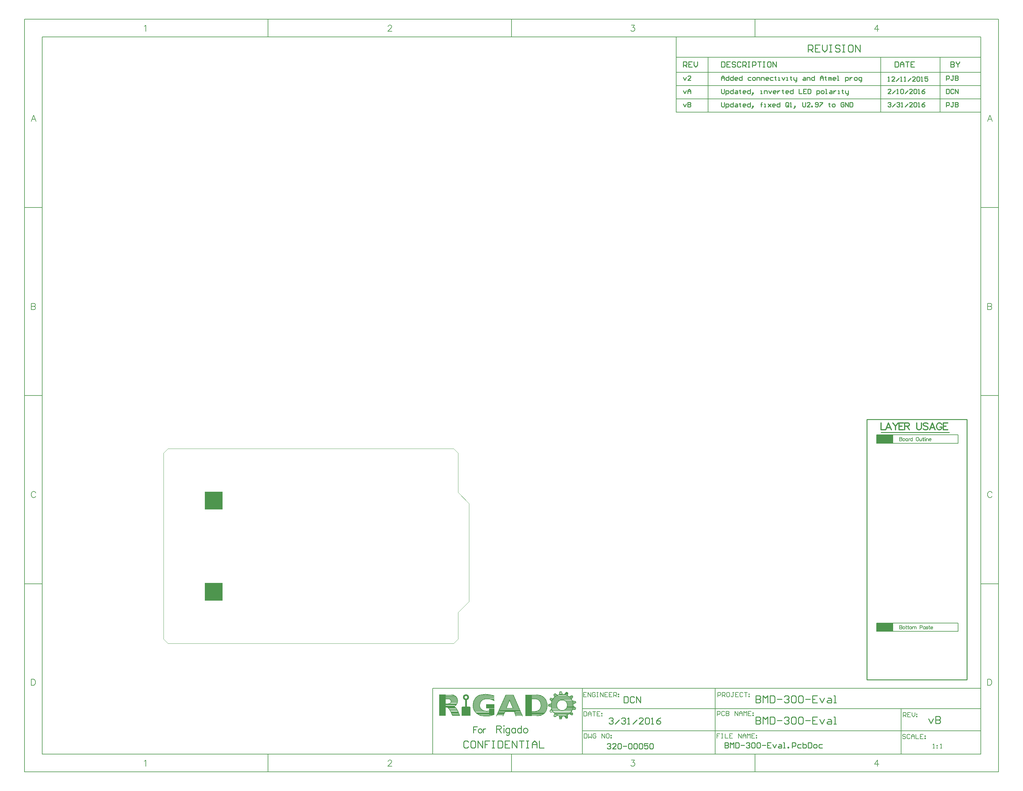
<source format=gbp>
G04 Layer_Color=128*
%FSLAX25Y25*%
%MOIN*%
G70*
G01*
G75*
%ADD46C,0.01000*%
%ADD50C,0.00787*%
%ADD51C,0.00500*%
%ADD52R,0.19000X0.09500*%
%ADD53C,0.00200*%
%ADD54C,0.01180*%
%ADD55C,0.00700*%
%ADD56R,0.02000X0.07500*%
%ADD57R,0.17300X0.00300*%
%ADD58R,0.20400X0.00300*%
%ADD59R,0.07400X0.24300*%
%ADD60R,0.19900X0.00500*%
%ADD61R,0.00400X0.00300*%
%ADD62R,0.00700X0.00300*%
%ADD63R,0.00400X0.00333*%
%ADD64R,0.00300X0.00400*%
%ADD65R,0.00300X0.00300*%
%ADD66R,0.07400X0.00397*%
%ADD67R,0.07500X0.00390*%
%ADD68R,0.13000X0.00397*%
%ADD69R,0.01400X0.00300*%
%ADD70R,0.02300X0.00400*%
%ADD71R,0.02300X0.00300*%
%ADD72R,0.01600X0.00500*%
%ADD73R,0.02500X0.00300*%
%ADD74R,0.02300X0.00500*%
%ADD75R,0.03000X0.00400*%
%ADD76R,0.02900X0.00400*%
%ADD77R,0.03000X0.00300*%
%ADD78R,0.03100X0.00400*%
%ADD79R,0.02800X0.00500*%
%ADD80R,0.03600X0.01300*%
%ADD81R,0.00900X0.00400*%
%ADD82R,0.03300X0.00300*%
%ADD83R,0.01700X0.00300*%
%ADD84R,0.03600X0.00300*%
%ADD85R,0.04600X0.00300*%
%ADD86R,0.09300X0.00400*%
%ADD87R,0.12800X0.00400*%
%ADD88R,0.08300X0.00400*%
%ADD89R,0.10000X0.00400*%
%ADD90R,0.14400X0.00400*%
%ADD91R,0.10300X0.00300*%
%ADD92R,0.14800X0.00300*%
%ADD93R,0.08500X0.00300*%
%ADD94R,0.12600X0.00300*%
%ADD95R,0.15800X0.00300*%
%ADD96R,0.11200X0.00400*%
%ADD97R,0.03500X0.00300*%
%ADD98R,0.16000X0.00300*%
%ADD99R,0.08900X0.00300*%
%ADD100R,0.14700X0.00300*%
%ADD101R,0.16700X0.00400*%
%ADD102R,0.15200X0.00400*%
%ADD103R,0.16800X0.00400*%
%ADD104R,0.17000X0.00400*%
%ADD105R,0.17500X0.00500*%
%ADD106R,0.01200X0.00400*%
%ADD107R,0.15000X0.00300*%
%ADD108R,0.09300X0.00300*%
%ADD109R,0.18000X0.00300*%
%ADD110R,0.17800X0.00400*%
%ADD111R,0.01700X0.00400*%
%ADD112R,0.15700X0.00300*%
%ADD113R,0.18600X0.00300*%
%ADD114R,0.09700X0.00300*%
%ADD115R,0.18700X0.00300*%
%ADD116R,0.18300X0.00400*%
%ADD117R,0.02800X0.00600*%
%ADD118R,0.15700X0.00400*%
%ADD119R,0.19000X0.00400*%
%ADD120R,0.19300X0.00400*%
%ADD121R,0.18800X0.00500*%
%ADD122R,0.03900X0.00400*%
%ADD123R,0.16400X0.00300*%
%ADD124R,0.19600X0.00300*%
%ADD125R,0.19700X0.00300*%
%ADD126R,0.19000X0.00300*%
%ADD127R,0.20700X0.00300*%
%ADD128R,0.20100X0.00300*%
%ADD129R,0.10600X0.00300*%
%ADD130R,0.20000X0.00300*%
%ADD131R,0.19400X0.00300*%
%ADD132R,0.20300X0.00400*%
%ADD133R,0.10900X0.00400*%
%ADD134R,0.20500X0.00400*%
%ADD135R,0.19500X0.00400*%
%ADD136R,0.20600X0.00300*%
%ADD137R,0.11100X0.00300*%
%ADD138R,0.20800X0.00300*%
%ADD139R,0.21000X0.00300*%
%ADD140R,0.11300X0.00300*%
%ADD141R,0.21100X0.00300*%
%ADD142R,0.19800X0.00300*%
%ADD143R,0.20700X0.00400*%
%ADD144R,0.00600X0.00400*%
%ADD145R,0.21400X0.00400*%
%ADD146R,0.11700X0.00400*%
%ADD147R,0.21300X0.00400*%
%ADD148R,0.20100X0.00400*%
%ADD149R,0.02200X0.00400*%
%ADD150R,0.21700X0.00300*%
%ADD151R,0.12000X0.00300*%
%ADD152R,0.20200X0.00300*%
%ADD153R,0.03400X0.00300*%
%ADD154R,0.12700X0.00300*%
%ADD155R,0.12300X0.00300*%
%ADD156R,0.05900X0.00400*%
%ADD157R,0.09900X0.00300*%
%ADD158R,0.24200X0.00400*%
%ADD159R,0.12600X0.00400*%
%ADD160R,0.04100X0.00500*%
%ADD161R,0.10800X0.00400*%
%ADD162R,0.08600X0.00400*%
%ADD163R,0.24300X0.00300*%
%ADD164R,0.12900X0.00300*%
%ADD165R,0.03200X0.00300*%
%ADD166R,0.10000X0.00300*%
%ADD167R,0.07900X0.00300*%
%ADD168R,0.24500X0.00300*%
%ADD169R,0.08300X0.00300*%
%ADD170R,0.13300X0.00300*%
%ADD171R,0.02200X0.00500*%
%ADD172R,0.07800X0.00300*%
%ADD173R,0.10400X0.00400*%
%ADD174R,0.13000X0.00400*%
%ADD175R,0.08400X0.00400*%
%ADD176R,0.13700X0.00400*%
%ADD177R,0.01300X0.00400*%
%ADD178R,0.09400X0.00400*%
%ADD179R,0.07900X0.00400*%
%ADD180R,0.09100X0.00400*%
%ADD181R,0.11000X0.00300*%
%ADD182R,0.08000X0.00300*%
%ADD183R,0.13800X0.00300*%
%ADD184R,0.01100X0.00300*%
%ADD185R,0.09000X0.00300*%
%ADD186R,0.07600X0.00300*%
%ADD187R,0.08400X0.00300*%
%ADD188R,0.06700X0.00300*%
%ADD189R,0.07000X0.00300*%
%ADD190R,0.07700X0.00300*%
%ADD191R,0.07700X0.00400*%
%ADD192R,0.07000X0.00400*%
%ADD193R,0.06700X0.00400*%
%ADD194R,0.08700X0.00400*%
%ADD195R,0.07500X0.00300*%
%ADD196R,0.06600X0.00300*%
%ADD197R,0.08600X0.00300*%
%ADD198R,0.06900X0.00300*%
%ADD199R,0.07400X0.00300*%
%ADD200R,0.10600X0.00400*%
%ADD201R,0.07100X0.00400*%
%ADD202R,0.07300X0.00400*%
%ADD203R,0.06600X0.00400*%
%ADD204R,0.08000X0.00400*%
%ADD205R,0.10400X0.00300*%
%ADD206R,0.07200X0.00300*%
%ADD207R,0.06800X0.00300*%
%ADD208R,0.07300X0.00300*%
%ADD209R,0.06900X0.00400*%
%ADD210R,0.07400X0.00400*%
%ADD211R,0.07100X0.00300*%
%ADD212R,0.06300X0.00400*%
%ADD213R,0.08100X0.00400*%
%ADD214R,0.11600X0.00300*%
%ADD215R,0.06400X0.00300*%
%ADD216R,0.08700X0.00300*%
%ADD217R,0.07200X0.00400*%
%ADD218R,0.09700X0.04700*%
%ADD219R,0.18900X0.00600*%
%ADD220R,0.09400X0.00300*%
%ADD221R,0.09200X0.00300*%
%ADD222R,0.18800X0.00300*%
%ADD223R,0.06400X0.00400*%
%ADD224R,0.09500X0.00400*%
%ADD225R,0.07800X0.00400*%
%ADD226R,0.18800X0.00400*%
%ADD227R,0.18200X0.00400*%
%ADD228R,0.17700X0.00300*%
%ADD229R,0.09000X0.00400*%
%ADD230R,0.07500X0.00400*%
%ADD231R,0.17200X0.00500*%
%ADD232R,0.16900X0.00600*%
%ADD233R,0.08400X0.00500*%
%ADD234R,0.06500X0.00400*%
%ADD235R,0.09100X0.00300*%
%ADD236R,0.17900X0.00300*%
%ADD237R,0.09600X0.00300*%
%ADD238R,0.06658X0.00300*%
%ADD239R,0.08800X0.00500*%
%ADD240R,0.10100X0.00400*%
%ADD241R,0.22000X0.00300*%
%ADD242R,0.06300X0.07000*%
%ADD243R,0.08100X0.00300*%
%ADD244R,0.22300X0.00400*%
%ADD245R,0.10900X0.00300*%
%ADD246R,0.22600X0.00300*%
%ADD247R,0.22900X0.00300*%
%ADD248R,0.09700X0.00400*%
%ADD249R,0.23300X0.00400*%
%ADD250R,0.08200X0.00400*%
%ADD251R,0.23500X0.00300*%
%ADD252R,0.23800X0.00500*%
%ADD253R,0.24500X0.00400*%
%ADD254R,0.24000X0.00400*%
%ADD255R,0.24600X0.00300*%
%ADD256R,0.08900X0.00400*%
%ADD257R,0.01000X0.00400*%
%ADD258R,0.07600X0.00400*%
%ADD259R,0.21700X0.00400*%
%ADD260R,0.21600X0.00300*%
%ADD261R,0.20500X0.00300*%
%ADD262R,0.00600X0.00300*%
%ADD263R,0.21900X0.00300*%
%ADD264R,0.21100X0.00400*%
%ADD265R,0.20400X0.00400*%
%ADD266R,0.22000X0.00400*%
%ADD267R,0.21000X0.00400*%
%ADD268R,0.07900X0.00600*%
%ADD269R,0.21500X0.00300*%
%ADD270R,0.20200X0.00400*%
%ADD271R,0.20300X0.00300*%
%ADD272R,0.20300X0.00500*%
%ADD273R,0.07500X0.00500*%
%ADD274R,0.19600X0.00400*%
%ADD275R,0.03700X0.00300*%
%ADD276R,0.19200X0.00300*%
%ADD277R,0.02600X0.00300*%
%ADD278R,0.19900X0.00300*%
%ADD279R,0.15400X0.00400*%
%ADD280R,0.00800X0.00300*%
%ADD281R,0.15300X0.00300*%
%ADD282R,0.17000X0.00300*%
%ADD283R,0.08200X0.00300*%
%ADD284R,0.15300X0.00400*%
%ADD285R,0.18300X0.00300*%
%ADD286R,0.11000X0.00400*%
%ADD287R,0.03300X0.00400*%
%ADD288R,0.17600X0.00400*%
%ADD289R,0.13300X0.00400*%
%ADD290R,0.07900X0.00500*%
%ADD291R,0.07400X0.00430*%
%ADD292R,0.07300X0.24000*%
%ADD293R,0.03700X0.00397*%
%ADD294R,0.05300X0.00397*%
%ADD295R,0.03000X0.00397*%
%ADD296R,0.06700X0.00356*%
%ADD297R,0.03300X0.00333*%
%ADD298R,0.02000X0.00333*%
%ADD299R,0.03100X0.00333*%
%ADD300R,0.01200X0.00333*%
%ADD301R,0.02900X0.00333*%
%ADD302R,0.03000X0.00408*%
%ADD303R,0.02700X0.00333*%
%ADD304R,0.03000X0.00333*%
%ADD305R,0.02300X0.00333*%
%ADD306R,0.03000X0.00333*%
%ADD307R,0.02200X0.00333*%
%ADD308R,0.02500X0.00333*%
%ADD309R,0.01300X0.00426*%
%ADD310R,0.02300X0.00333*%
%ADD311R,0.02000X0.00469*%
%ADD312R,0.18109X0.00300*%
%ADD313R,0.02983X0.00600*%
%ADD314R,0.16055X0.00400*%
%ADD315R,0.08066X0.00300*%
%ADD316R,0.10834X0.00300*%
%ADD317R,0.07366X0.00300*%
%ADD318R,0.08294X0.00400*%
%ADD319R,0.09383X0.00400*%
%ADD320R,0.09283X0.00300*%
%ADD321R,0.06560X0.00300*%
%ADD322R,0.21453X0.00400*%
%ADD323R,0.08482X0.00400*%
%ADD324R,0.08428X0.00300*%
%ADD325R,0.08160X0.00400*%
%ADD326R,0.20477X0.00400*%
%ADD327R,0.08049X0.00600*%
%ADD328R,0.08000X0.00432*%
%ADD329R,0.02600X0.00427*%
%ADD337R,0.20000X0.20000*%
%ADD342C,0.00000*%
G36*
X345861Y-71286D02*
X346192Y-71507D01*
X346413Y-71838D01*
X346491Y-72228D01*
X346471D01*
X346491Y-80728D01*
X346413Y-81119D01*
X346192Y-81449D01*
X345861Y-81670D01*
X345471Y-81748D01*
Y-81728D01*
X337471Y-81748D01*
X337081Y-81670D01*
X336750Y-81449D01*
X336529Y-81119D01*
X336451Y-80728D01*
X336471D01*
X336451Y-72228D01*
X336529Y-71838D01*
X336750Y-71507D01*
X337081Y-71286D01*
X337471Y-71209D01*
Y-71228D01*
X345471Y-71209D01*
X345861Y-71286D01*
D02*
G37*
D46*
X794171Y-40800D02*
Y253200D01*
X907171D01*
Y-40800D02*
Y253200D01*
X794171Y-40800D02*
X907171D01*
X810171Y238448D02*
X887171D01*
X344332Y-111135D02*
X342999Y-109803D01*
X340333D01*
X339000Y-111135D01*
Y-116467D01*
X340333Y-117800D01*
X342999D01*
X344332Y-116467D01*
X350996Y-109803D02*
X348330D01*
X346997Y-111135D01*
Y-116467D01*
X348330Y-117800D01*
X350996D01*
X352329Y-116467D01*
Y-111135D01*
X350996Y-109803D01*
X354995Y-117800D02*
Y-109803D01*
X360326Y-117800D01*
Y-109803D01*
X368324D02*
X362992D01*
Y-113801D01*
X365658D01*
X362992D01*
Y-117800D01*
X370990Y-109803D02*
X373655D01*
X372323D01*
Y-117800D01*
X370990D01*
X373655D01*
X377654Y-109803D02*
Y-117800D01*
X381653D01*
X382986Y-116467D01*
Y-111135D01*
X381653Y-109803D01*
X377654D01*
X390983D02*
X385652D01*
Y-117800D01*
X390983D01*
X385652Y-113801D02*
X388317D01*
X393649Y-117800D02*
Y-109803D01*
X398981Y-117800D01*
Y-109803D01*
X401646D02*
X406978D01*
X404312D01*
Y-117800D01*
X409644Y-109803D02*
X412310D01*
X410977D01*
Y-117800D01*
X409644D01*
X412310D01*
X416308D02*
Y-112468D01*
X418974Y-109803D01*
X421640Y-112468D01*
Y-117800D01*
Y-113801D01*
X416308D01*
X424306Y-109803D02*
Y-117800D01*
X429637D01*
X884000Y606200D02*
Y611198D01*
X886499D01*
X887332Y610365D01*
Y608699D01*
X886499Y607866D01*
X884000D01*
X892331Y611198D02*
X890664D01*
X891498D01*
Y607033D01*
X890664Y606200D01*
X889831D01*
X888998Y607033D01*
X893997Y611198D02*
Y606200D01*
X896496D01*
X897329Y607033D01*
Y607866D01*
X896496Y608699D01*
X893997D01*
X896496D01*
X897329Y609532D01*
Y610365D01*
X896496Y611198D01*
X893997D01*
X818000Y610365D02*
X818833Y611198D01*
X820499D01*
X821332Y610365D01*
Y609532D01*
X820499Y608699D01*
X819666D01*
X820499D01*
X821332Y607866D01*
Y607033D01*
X820499Y606200D01*
X818833D01*
X818000Y607033D01*
X822998Y606200D02*
X826331Y609532D01*
X827997Y610365D02*
X828830Y611198D01*
X830496D01*
X831329Y610365D01*
Y609532D01*
X830496Y608699D01*
X829663D01*
X830496D01*
X831329Y607866D01*
Y607033D01*
X830496Y606200D01*
X828830D01*
X827997Y607033D01*
X832995Y606200D02*
X834661D01*
X833828D01*
Y611198D01*
X832995Y610365D01*
X837160Y606200D02*
X840493Y609532D01*
X845491Y606200D02*
X842159D01*
X845491Y609532D01*
Y610365D01*
X844658Y611198D01*
X842992D01*
X842159Y610365D01*
X847157D02*
X847990Y611198D01*
X849656D01*
X850490Y610365D01*
Y607033D01*
X849656Y606200D01*
X847990D01*
X847157Y607033D01*
Y610365D01*
X852156Y606200D02*
X853822D01*
X852989D01*
Y611198D01*
X852156Y610365D01*
X859653Y611198D02*
X857987Y610365D01*
X856321Y608699D01*
Y607033D01*
X857154Y606200D01*
X858820D01*
X859653Y607033D01*
Y607866D01*
X858820Y608699D01*
X856321D01*
X630000Y611198D02*
Y607033D01*
X630833Y606200D01*
X632499D01*
X633332Y607033D01*
Y611198D01*
X634998Y604534D02*
Y609532D01*
X637498D01*
X638331Y608699D01*
Y607033D01*
X637498Y606200D01*
X634998D01*
X643329Y611198D02*
Y606200D01*
X640830D01*
X639997Y607033D01*
Y608699D01*
X640830Y609532D01*
X643329D01*
X645828D02*
X647494D01*
X648327Y608699D01*
Y606200D01*
X645828D01*
X644995Y607033D01*
X645828Y607866D01*
X648327D01*
X650827Y610365D02*
Y609532D01*
X649994D01*
X651660D01*
X650827D01*
Y607033D01*
X651660Y606200D01*
X656658D02*
X654992D01*
X654159Y607033D01*
Y608699D01*
X654992Y609532D01*
X656658D01*
X657491Y608699D01*
Y607866D01*
X654159D01*
X662490Y611198D02*
Y606200D01*
X659990D01*
X659157Y607033D01*
Y608699D01*
X659990Y609532D01*
X662490D01*
X664989Y605367D02*
X665822Y606200D01*
Y607033D01*
X664989D01*
Y606200D01*
X665822D01*
X664989Y605367D01*
X664156Y604534D01*
X674985Y606200D02*
Y610365D01*
Y608699D01*
X674152D01*
X675818D01*
X674985D01*
Y610365D01*
X675818Y611198D01*
X678318Y606200D02*
X679984D01*
X679151D01*
Y609532D01*
X678318D01*
X682483D02*
X685815Y606200D01*
X684149Y607866D01*
X685815Y609532D01*
X682483Y606200D01*
X689981D02*
X688314D01*
X687481Y607033D01*
Y608699D01*
X688314Y609532D01*
X689981D01*
X690814Y608699D01*
Y607866D01*
X687481D01*
X695812Y611198D02*
Y606200D01*
X693313D01*
X692480Y607033D01*
Y608699D01*
X693313Y609532D01*
X695812D01*
X705809Y607033D02*
Y610365D01*
X704976Y611198D01*
X703310D01*
X702477Y610365D01*
Y607033D01*
X703310Y606200D01*
X704976D01*
X704143Y607866D02*
X705809Y606200D01*
X704976D02*
X705809Y607033D01*
X707475Y606200D02*
X709141D01*
X708308D01*
Y611198D01*
X707475Y610365D01*
X712473Y605367D02*
X713306Y606200D01*
Y607033D01*
X712473D01*
Y606200D01*
X713306D01*
X712473Y605367D01*
X711640Y604534D01*
X721637Y611198D02*
Y607033D01*
X722470Y606200D01*
X724136D01*
X724969Y607033D01*
Y611198D01*
X729968Y606200D02*
X726635D01*
X729968Y609532D01*
Y610365D01*
X729135Y611198D01*
X727468D01*
X726635Y610365D01*
X731634Y606200D02*
Y607033D01*
X732467D01*
Y606200D01*
X731634D01*
X735799Y607033D02*
X736632Y606200D01*
X738298D01*
X739131Y607033D01*
Y610365D01*
X738298Y611198D01*
X736632D01*
X735799Y610365D01*
Y609532D01*
X736632Y608699D01*
X739131D01*
X740797Y611198D02*
X744130D01*
Y610365D01*
X740797Y607033D01*
Y606200D01*
X751627Y610365D02*
Y609532D01*
X750794D01*
X752460D01*
X751627D01*
Y607033D01*
X752460Y606200D01*
X755793D02*
X757459D01*
X758292Y607033D01*
Y608699D01*
X757459Y609532D01*
X755793D01*
X754959Y608699D01*
Y607033D01*
X755793Y606200D01*
X768289Y610365D02*
X767455Y611198D01*
X765789D01*
X764956Y610365D01*
Y607033D01*
X765789Y606200D01*
X767455D01*
X768289Y607033D01*
Y608699D01*
X766622D01*
X769955Y606200D02*
Y611198D01*
X773287Y606200D01*
Y611198D01*
X774953D02*
Y606200D01*
X777452D01*
X778285Y607033D01*
Y610365D01*
X777452Y611198D01*
X774953D01*
X587000Y609532D02*
X588666Y606200D01*
X590332Y609532D01*
X591998Y611198D02*
Y606200D01*
X594498D01*
X595331Y607033D01*
Y607866D01*
X594498Y608699D01*
X591998D01*
X594498D01*
X595331Y609532D01*
Y610365D01*
X594498Y611198D01*
X591998D01*
X587000Y624532D02*
X588666Y621200D01*
X590332Y624532D01*
X591998Y621200D02*
Y624532D01*
X593665Y626198D01*
X595331Y624532D01*
Y621200D01*
Y623699D01*
X591998D01*
X630000Y626198D02*
Y622033D01*
X630833Y621200D01*
X632499D01*
X633332Y622033D01*
Y626198D01*
X634998Y619534D02*
Y624532D01*
X637498D01*
X638331Y623699D01*
Y622033D01*
X637498Y621200D01*
X634998D01*
X643329Y626198D02*
Y621200D01*
X640830D01*
X639997Y622033D01*
Y623699D01*
X640830Y624532D01*
X643329D01*
X645828D02*
X647494D01*
X648327Y623699D01*
Y621200D01*
X645828D01*
X644995Y622033D01*
X645828Y622866D01*
X648327D01*
X650827Y625365D02*
Y624532D01*
X649994D01*
X651660D01*
X650827D01*
Y622033D01*
X651660Y621200D01*
X656658D02*
X654992D01*
X654159Y622033D01*
Y623699D01*
X654992Y624532D01*
X656658D01*
X657491Y623699D01*
Y622866D01*
X654159D01*
X662490Y626198D02*
Y621200D01*
X659990D01*
X659157Y622033D01*
Y623699D01*
X659990Y624532D01*
X662490D01*
X664989Y620367D02*
X665822Y621200D01*
Y622033D01*
X664989D01*
Y621200D01*
X665822D01*
X664989Y620367D01*
X664156Y619534D01*
X674152Y621200D02*
X675818D01*
X674985D01*
Y624532D01*
X674152D01*
X678318Y621200D02*
Y624532D01*
X680817D01*
X681650Y623699D01*
Y621200D01*
X683316Y624532D02*
X684982Y621200D01*
X686648Y624532D01*
X690814Y621200D02*
X689148D01*
X688314Y622033D01*
Y623699D01*
X689148Y624532D01*
X690814D01*
X691647Y623699D01*
Y622866D01*
X688314D01*
X693313Y624532D02*
Y621200D01*
Y622866D01*
X694146Y623699D01*
X694979Y624532D01*
X695812D01*
X699144Y625365D02*
Y624532D01*
X698311D01*
X699977D01*
X699144D01*
Y622033D01*
X699977Y621200D01*
X704976D02*
X703310D01*
X702477Y622033D01*
Y623699D01*
X703310Y624532D01*
X704976D01*
X705809Y623699D01*
Y622866D01*
X702477D01*
X710807Y626198D02*
Y621200D01*
X708308D01*
X707475Y622033D01*
Y623699D01*
X708308Y624532D01*
X710807D01*
X717472Y626198D02*
Y621200D01*
X720804D01*
X725802Y626198D02*
X722470D01*
Y621200D01*
X725802D01*
X722470Y623699D02*
X724136D01*
X727468Y626198D02*
Y621200D01*
X729968D01*
X730801Y622033D01*
Y625365D01*
X729968Y626198D01*
X727468D01*
X737465Y619534D02*
Y624532D01*
X739964D01*
X740797Y623699D01*
Y622033D01*
X739964Y621200D01*
X737465D01*
X743297D02*
X744963D01*
X745796Y622033D01*
Y623699D01*
X744963Y624532D01*
X743297D01*
X742464Y623699D01*
Y622033D01*
X743297Y621200D01*
X747462D02*
X749128D01*
X748295D01*
Y626198D01*
X747462D01*
X752460Y624532D02*
X754127D01*
X754959Y623699D01*
Y621200D01*
X752460D01*
X751627Y622033D01*
X752460Y622866D01*
X754959D01*
X756626Y624532D02*
Y621200D01*
Y622866D01*
X757459Y623699D01*
X758292Y624532D01*
X759125D01*
X761624Y621200D02*
X763290D01*
X762457D01*
Y624532D01*
X761624D01*
X766622Y625365D02*
Y624532D01*
X765789D01*
X767455D01*
X766622D01*
Y622033D01*
X767455Y621200D01*
X769955Y624532D02*
Y622033D01*
X770788Y621200D01*
X773287D01*
Y620367D01*
X772454Y619534D01*
X771621D01*
X773287Y621200D02*
Y624532D01*
X821332Y621200D02*
X818000D01*
X821332Y624532D01*
Y625365D01*
X820499Y626198D01*
X818833D01*
X818000Y625365D01*
X822998Y621200D02*
X826331Y624532D01*
X827997Y621200D02*
X829663D01*
X828830D01*
Y626198D01*
X827997Y625365D01*
X832162D02*
X832995Y626198D01*
X834661D01*
X835494Y625365D01*
Y622033D01*
X834661Y621200D01*
X832995D01*
X832162Y622033D01*
Y625365D01*
X837160Y621200D02*
X840493Y624532D01*
X845491Y621200D02*
X842159D01*
X845491Y624532D01*
Y625365D01*
X844658Y626198D01*
X842992D01*
X842159Y625365D01*
X847157D02*
X847990Y626198D01*
X849656D01*
X850490Y625365D01*
Y622033D01*
X849656Y621200D01*
X847990D01*
X847157Y622033D01*
Y625365D01*
X852156Y621200D02*
X853822D01*
X852989D01*
Y626198D01*
X852156Y625365D01*
X859653Y626198D02*
X857987Y625365D01*
X856321Y623699D01*
Y622033D01*
X857154Y621200D01*
X858820D01*
X859653Y622033D01*
Y622866D01*
X858820Y623699D01*
X856321D01*
X884000Y626198D02*
Y621200D01*
X886499D01*
X887332Y622033D01*
Y625365D01*
X886499Y626198D01*
X884000D01*
X892331Y625365D02*
X891498Y626198D01*
X889831D01*
X888998Y625365D01*
Y622033D01*
X889831Y621200D01*
X891498D01*
X892331Y622033D01*
X893997Y621200D02*
Y626198D01*
X897329Y621200D01*
Y626198D01*
X884000Y636200D02*
Y641198D01*
X886499D01*
X887332Y640365D01*
Y638699D01*
X886499Y637866D01*
X884000D01*
X892331Y641198D02*
X890664D01*
X891498D01*
Y637033D01*
X890664Y636200D01*
X889831D01*
X888998Y637033D01*
X893997Y641198D02*
Y636200D01*
X896496D01*
X897329Y637033D01*
Y637866D01*
X896496Y638699D01*
X893997D01*
X896496D01*
X897329Y639532D01*
Y640365D01*
X896496Y641198D01*
X893997D01*
X818000Y635200D02*
X819666D01*
X818833D01*
Y640198D01*
X818000Y639365D01*
X825498Y635200D02*
X822165D01*
X825498Y638532D01*
Y639365D01*
X824664Y640198D01*
X822998D01*
X822165Y639365D01*
X827164Y635200D02*
X830496Y638532D01*
X832162Y635200D02*
X833828D01*
X832995D01*
Y640198D01*
X832162Y639365D01*
X836327Y635200D02*
X837994D01*
X837160D01*
Y640198D01*
X836327Y639365D01*
X840493Y635200D02*
X843825Y638532D01*
X848823Y635200D02*
X845491D01*
X848823Y638532D01*
Y639365D01*
X847990Y640198D01*
X846324D01*
X845491Y639365D01*
X850490D02*
X851322Y640198D01*
X852989D01*
X853822Y639365D01*
Y636033D01*
X852989Y635200D01*
X851322D01*
X850490Y636033D01*
Y639365D01*
X855488Y635200D02*
X857154D01*
X856321D01*
Y640198D01*
X855488Y639365D01*
X862985Y640198D02*
X859653D01*
Y637699D01*
X861319Y638532D01*
X862152D01*
X862985Y637699D01*
Y636033D01*
X862152Y635200D01*
X860486D01*
X859653Y636033D01*
X630000Y636200D02*
Y639532D01*
X631666Y641198D01*
X633332Y639532D01*
Y636200D01*
Y638699D01*
X630000D01*
X638331Y641198D02*
Y636200D01*
X635831D01*
X634998Y637033D01*
Y638699D01*
X635831Y639532D01*
X638331D01*
X643329Y641198D02*
Y636200D01*
X640830D01*
X639997Y637033D01*
Y638699D01*
X640830Y639532D01*
X643329D01*
X647494Y636200D02*
X645828D01*
X644995Y637033D01*
Y638699D01*
X645828Y639532D01*
X647494D01*
X648327Y638699D01*
Y637866D01*
X644995D01*
X653326Y641198D02*
Y636200D01*
X650827D01*
X649994Y637033D01*
Y638699D01*
X650827Y639532D01*
X653326D01*
X663322D02*
X660823D01*
X659990Y638699D01*
Y637033D01*
X660823Y636200D01*
X663322D01*
X665822D02*
X667488D01*
X668321Y637033D01*
Y638699D01*
X667488Y639532D01*
X665822D01*
X664989Y638699D01*
Y637033D01*
X665822Y636200D01*
X669987D02*
Y639532D01*
X672486D01*
X673319Y638699D01*
Y636200D01*
X674985D02*
Y639532D01*
X677485D01*
X678318Y638699D01*
Y636200D01*
X682483D02*
X680817D01*
X679984Y637033D01*
Y638699D01*
X680817Y639532D01*
X682483D01*
X683316Y638699D01*
Y637866D01*
X679984D01*
X688314Y639532D02*
X685815D01*
X684982Y638699D01*
Y637033D01*
X685815Y636200D01*
X688314D01*
X690814Y640365D02*
Y639532D01*
X689981D01*
X691647D01*
X690814D01*
Y637033D01*
X691647Y636200D01*
X694146D02*
X695812D01*
X694979D01*
Y639532D01*
X694146D01*
X698311D02*
X699977Y636200D01*
X701644Y639532D01*
X703310Y636200D02*
X704976D01*
X704143D01*
Y639532D01*
X703310D01*
X708308Y640365D02*
Y639532D01*
X707475D01*
X709141D01*
X708308D01*
Y637033D01*
X709141Y636200D01*
X711640Y639532D02*
Y637033D01*
X712473Y636200D01*
X714972D01*
Y635367D01*
X714139Y634534D01*
X713306D01*
X714972Y636200D02*
Y639532D01*
X722470D02*
X724136D01*
X724969Y638699D01*
Y636200D01*
X722470D01*
X721637Y637033D01*
X722470Y637866D01*
X724969D01*
X726635Y636200D02*
Y639532D01*
X729135D01*
X729968Y638699D01*
Y636200D01*
X734966Y641198D02*
Y636200D01*
X732467D01*
X731634Y637033D01*
Y638699D01*
X732467Y639532D01*
X734966D01*
X741631Y636200D02*
Y639532D01*
X743297Y641198D01*
X744963Y639532D01*
Y636200D01*
Y638699D01*
X741631D01*
X747462Y640365D02*
Y639532D01*
X746629D01*
X748295D01*
X747462D01*
Y637033D01*
X748295Y636200D01*
X750794D02*
Y639532D01*
X751627D01*
X752460Y638699D01*
Y636200D01*
Y638699D01*
X753293Y639532D01*
X754127Y638699D01*
Y636200D01*
X758292D02*
X756626D01*
X755793Y637033D01*
Y638699D01*
X756626Y639532D01*
X758292D01*
X759125Y638699D01*
Y637866D01*
X755793D01*
X760791Y636200D02*
X762457D01*
X761624D01*
Y641198D01*
X760791D01*
X769955Y634534D02*
Y639532D01*
X772454D01*
X773287Y638699D01*
Y637033D01*
X772454Y636200D01*
X769955D01*
X774953Y639532D02*
Y636200D01*
Y637866D01*
X775786Y638699D01*
X776619Y639532D01*
X777452D01*
X780785Y636200D02*
X782451D01*
X783284Y637033D01*
Y638699D01*
X782451Y639532D01*
X780785D01*
X779951Y638699D01*
Y637033D01*
X780785Y636200D01*
X786616Y634534D02*
X787449D01*
X788282Y635367D01*
Y639532D01*
X785783D01*
X784950Y638699D01*
Y637033D01*
X785783Y636200D01*
X788282D01*
X587000Y639532D02*
X588666Y636200D01*
X590332Y639532D01*
X595331Y636200D02*
X591998D01*
X595331Y639532D01*
Y640365D01*
X594498Y641198D01*
X592831D01*
X591998Y640365D01*
X501000Y-113802D02*
X502000Y-112802D01*
X503999D01*
X504999Y-113802D01*
Y-114801D01*
X503999Y-115801D01*
X502999D01*
X503999D01*
X504999Y-116801D01*
Y-117800D01*
X503999Y-118800D01*
X502000D01*
X501000Y-117800D01*
X510997Y-118800D02*
X506998D01*
X510997Y-114801D01*
Y-113802D01*
X509997Y-112802D01*
X507998D01*
X506998Y-113802D01*
X512996D02*
X513996Y-112802D01*
X515995D01*
X516995Y-113802D01*
Y-117800D01*
X515995Y-118800D01*
X513996D01*
X512996Y-117800D01*
Y-113802D01*
X518994Y-115801D02*
X522993D01*
X524992Y-113802D02*
X525992Y-112802D01*
X527991D01*
X528991Y-113802D01*
Y-117800D01*
X527991Y-118800D01*
X525992D01*
X524992Y-117800D01*
Y-113802D01*
X530990D02*
X531990Y-112802D01*
X533989D01*
X534989Y-113802D01*
Y-117800D01*
X533989Y-118800D01*
X531990D01*
X530990Y-117800D01*
Y-113802D01*
X536988D02*
X537988Y-112802D01*
X539987D01*
X540987Y-113802D01*
Y-117800D01*
X539987Y-118800D01*
X537988D01*
X536988Y-117800D01*
Y-113802D01*
X546985Y-112802D02*
X542986D01*
Y-115801D01*
X544986Y-114801D01*
X545986D01*
X546985Y-115801D01*
Y-117800D01*
X545986Y-118800D01*
X543986D01*
X542986Y-117800D01*
X548984Y-113802D02*
X549984Y-112802D01*
X551983D01*
X552983Y-113802D01*
Y-117800D01*
X551983Y-118800D01*
X549984D01*
X548984Y-117800D01*
Y-113802D01*
X889000Y657198D02*
Y651200D01*
X891999D01*
X892999Y652200D01*
Y653199D01*
X891999Y654199D01*
X889000D01*
X891999D01*
X892999Y655199D01*
Y656198D01*
X891999Y657198D01*
X889000D01*
X894998D02*
Y656198D01*
X896997Y654199D01*
X898997Y656198D01*
Y657198D01*
X896997Y654199D02*
Y651200D01*
X826000Y657198D02*
Y651200D01*
X828999D01*
X829999Y652200D01*
Y656198D01*
X828999Y657198D01*
X826000D01*
X831998Y651200D02*
Y655199D01*
X833997Y657198D01*
X835997Y655199D01*
Y651200D01*
Y654199D01*
X831998D01*
X837996Y657198D02*
X841995D01*
X839995D01*
Y651200D01*
X847993Y657198D02*
X843994D01*
Y651200D01*
X847993D01*
X843994Y654199D02*
X845994D01*
X630000Y657198D02*
Y651200D01*
X632999D01*
X633999Y652200D01*
Y656198D01*
X632999Y657198D01*
X630000D01*
X639997D02*
X635998D01*
Y651200D01*
X639997D01*
X635998Y654199D02*
X637997D01*
X645995Y656198D02*
X644995Y657198D01*
X642996D01*
X641996Y656198D01*
Y655199D01*
X642996Y654199D01*
X644995D01*
X645995Y653199D01*
Y652200D01*
X644995Y651200D01*
X642996D01*
X641996Y652200D01*
X651993Y656198D02*
X650993Y657198D01*
X648994D01*
X647994Y656198D01*
Y652200D01*
X648994Y651200D01*
X650993D01*
X651993Y652200D01*
X653992Y651200D02*
Y657198D01*
X656991D01*
X657991Y656198D01*
Y654199D01*
X656991Y653199D01*
X653992D01*
X655992D02*
X657991Y651200D01*
X659990Y657198D02*
X661990D01*
X660990D01*
Y651200D01*
X659990D01*
X661990D01*
X664989D02*
Y657198D01*
X667988D01*
X668987Y656198D01*
Y654199D01*
X667988Y653199D01*
X664989D01*
X670987Y657198D02*
X674986D01*
X672986D01*
Y651200D01*
X676985Y657198D02*
X678984D01*
X677985D01*
Y651200D01*
X676985D01*
X678984D01*
X684982Y657198D02*
X682983D01*
X681983Y656198D01*
Y652200D01*
X682983Y651200D01*
X684982D01*
X685982Y652200D01*
Y656198D01*
X684982Y657198D01*
X687981Y651200D02*
Y657198D01*
X691980Y651200D01*
Y657198D01*
X587000Y651200D02*
Y657198D01*
X589999D01*
X590999Y656198D01*
Y654199D01*
X589999Y653199D01*
X587000D01*
X588999D02*
X590999Y651200D01*
X596997Y657198D02*
X592998D01*
Y651200D01*
X596997D01*
X592998Y654199D02*
X594997D01*
X598996Y657198D02*
Y653199D01*
X600995Y651200D01*
X602995Y653199D01*
Y657198D01*
X728000Y668200D02*
Y676197D01*
X731999D01*
X733332Y674864D01*
Y672199D01*
X731999Y670866D01*
X728000D01*
X730666D02*
X733332Y668200D01*
X741329Y676197D02*
X735997D01*
Y668200D01*
X741329D01*
X735997Y672199D02*
X738663D01*
X743995Y676197D02*
Y670866D01*
X746661Y668200D01*
X749326Y670866D01*
Y676197D01*
X751992D02*
X754658D01*
X753325D01*
Y668200D01*
X751992D01*
X754658D01*
X763988Y674864D02*
X762655Y676197D01*
X759990D01*
X758657Y674864D01*
Y673532D01*
X759990Y672199D01*
X762655D01*
X763988Y670866D01*
Y669533D01*
X762655Y668200D01*
X759990D01*
X758657Y669533D01*
X766654Y676197D02*
X769320D01*
X767987D01*
Y668200D01*
X766654D01*
X769320D01*
X777317Y676197D02*
X774652D01*
X773319Y674864D01*
Y669533D01*
X774652Y668200D01*
X777317D01*
X778650Y669533D01*
Y674864D01*
X777317Y676197D01*
X781316Y668200D02*
Y676197D01*
X786648Y668200D01*
Y676197D01*
X669000Y-82803D02*
Y-90800D01*
X672999D01*
X674332Y-89467D01*
Y-88134D01*
X672999Y-86801D01*
X669000D01*
X672999D01*
X674332Y-85468D01*
Y-84136D01*
X672999Y-82803D01*
X669000D01*
X676997Y-90800D02*
Y-82803D01*
X679663Y-85468D01*
X682329Y-82803D01*
Y-90800D01*
X684995Y-82803D02*
Y-90800D01*
X688994D01*
X690326Y-89467D01*
Y-84136D01*
X688994Y-82803D01*
X684995D01*
X692992Y-86801D02*
X698324D01*
X700990Y-84136D02*
X702322Y-82803D01*
X704988D01*
X706321Y-84136D01*
Y-85468D01*
X704988Y-86801D01*
X703655D01*
X704988D01*
X706321Y-88134D01*
Y-89467D01*
X704988Y-90800D01*
X702322D01*
X700990Y-89467D01*
X708987Y-84136D02*
X710320Y-82803D01*
X712986D01*
X714319Y-84136D01*
Y-89467D01*
X712986Y-90800D01*
X710320D01*
X708987Y-89467D01*
Y-84136D01*
X716985D02*
X718317Y-82803D01*
X720983D01*
X722316Y-84136D01*
Y-89467D01*
X720983Y-90800D01*
X718317D01*
X716985Y-89467D01*
Y-84136D01*
X724982Y-86801D02*
X730313D01*
X738311Y-82803D02*
X732979D01*
Y-90800D01*
X738311D01*
X732979Y-86801D02*
X735645D01*
X740977Y-85468D02*
X743643Y-90800D01*
X746308Y-85468D01*
X750307D02*
X752973D01*
X754306Y-86801D01*
Y-90800D01*
X750307D01*
X748974Y-89467D01*
X750307Y-88134D01*
X754306D01*
X756972Y-90800D02*
X759637D01*
X758304D01*
Y-82803D01*
X756972D01*
X863717Y-84992D02*
X866382Y-90324D01*
X869048Y-84992D01*
X871714Y-82326D02*
Y-90324D01*
X875713D01*
X877046Y-88991D01*
Y-87658D01*
X875713Y-86325D01*
X871714D01*
X875713D01*
X877046Y-84992D01*
Y-83659D01*
X875713Y-82326D01*
X871714D01*
X669000Y-58803D02*
Y-66800D01*
X672999D01*
X674332Y-65467D01*
Y-64134D01*
X672999Y-62801D01*
X669000D01*
X672999D01*
X674332Y-61468D01*
Y-60136D01*
X672999Y-58803D01*
X669000D01*
X676997Y-66800D02*
Y-58803D01*
X679663Y-61468D01*
X682329Y-58803D01*
Y-66800D01*
X684995Y-58803D02*
Y-66800D01*
X688994D01*
X690326Y-65467D01*
Y-60136D01*
X688994Y-58803D01*
X684995D01*
X692992Y-62801D02*
X698324D01*
X700990Y-60136D02*
X702322Y-58803D01*
X704988D01*
X706321Y-60136D01*
Y-61468D01*
X704988Y-62801D01*
X703655D01*
X704988D01*
X706321Y-64134D01*
Y-65467D01*
X704988Y-66800D01*
X702322D01*
X700990Y-65467D01*
X708987Y-60136D02*
X710320Y-58803D01*
X712986D01*
X714319Y-60136D01*
Y-65467D01*
X712986Y-66800D01*
X710320D01*
X708987Y-65467D01*
Y-60136D01*
X716985D02*
X718317Y-58803D01*
X720983D01*
X722316Y-60136D01*
Y-65467D01*
X720983Y-66800D01*
X718317D01*
X716985Y-65467D01*
Y-60136D01*
X724982Y-62801D02*
X730313D01*
X738311Y-58803D02*
X732979D01*
Y-66800D01*
X738311D01*
X732979Y-62801D02*
X735645D01*
X740977Y-61468D02*
X743643Y-66800D01*
X746308Y-61468D01*
X750307D02*
X752973D01*
X754306Y-62801D01*
Y-66800D01*
X750307D01*
X748974Y-65467D01*
X750307Y-64134D01*
X754306D01*
X756972Y-66800D02*
X759637D01*
X758304D01*
Y-58803D01*
X756972D01*
X376000Y-92802D02*
Y-100800D01*
Y-92802D02*
X379428D01*
X380570Y-93183D01*
X380951Y-93563D01*
X381332Y-94325D01*
Y-95087D01*
X380951Y-95849D01*
X380570Y-96229D01*
X379428Y-96610D01*
X376000D01*
X378666D02*
X381332Y-100800D01*
X383884Y-92802D02*
X384265Y-93183D01*
X384646Y-92802D01*
X384265Y-92421D01*
X383884Y-92802D01*
X384265Y-95468D02*
Y-100800D01*
X390625Y-95468D02*
Y-101562D01*
X390245Y-102704D01*
X389864Y-103085D01*
X389102Y-103466D01*
X387959D01*
X387198Y-103085D01*
X390625Y-96610D02*
X389864Y-95849D01*
X389102Y-95468D01*
X387959D01*
X387198Y-95849D01*
X386436Y-96610D01*
X386055Y-97753D01*
Y-98515D01*
X386436Y-99657D01*
X387198Y-100419D01*
X387959Y-100800D01*
X389102D01*
X389864Y-100419D01*
X390625Y-99657D01*
X397329Y-95468D02*
Y-100800D01*
Y-96610D02*
X396567Y-95849D01*
X395805Y-95468D01*
X394663D01*
X393901Y-95849D01*
X393139Y-96610D01*
X392758Y-97753D01*
Y-98515D01*
X393139Y-99657D01*
X393901Y-100419D01*
X394663Y-100800D01*
X395805D01*
X396567Y-100419D01*
X397329Y-99657D01*
X404032Y-92802D02*
Y-100800D01*
Y-96610D02*
X403270Y-95849D01*
X402509Y-95468D01*
X401366D01*
X400604Y-95849D01*
X399843Y-96610D01*
X399462Y-97753D01*
Y-98515D01*
X399843Y-99657D01*
X400604Y-100419D01*
X401366Y-100800D01*
X402509D01*
X403270Y-100419D01*
X404032Y-99657D01*
X408069Y-95468D02*
X407308Y-95849D01*
X406546Y-96610D01*
X406165Y-97753D01*
Y-98515D01*
X406546Y-99657D01*
X407308Y-100419D01*
X408069Y-100800D01*
X409212D01*
X409974Y-100419D01*
X410735Y-99657D01*
X411116Y-98515D01*
Y-97753D01*
X410735Y-96610D01*
X409974Y-95849D01*
X409212Y-95468D01*
X408069D01*
X350000Y-93801D02*
Y-100800D01*
Y-93801D02*
X354332D01*
X350000Y-97134D02*
X352666D01*
X356799Y-96134D02*
X356132Y-96468D01*
X355466Y-97134D01*
X355132Y-98134D01*
Y-98800D01*
X355466Y-99800D01*
X356132Y-100467D01*
X356799Y-100800D01*
X357798D01*
X358465Y-100467D01*
X359131Y-99800D01*
X359465Y-98800D01*
Y-98134D01*
X359131Y-97134D01*
X358465Y-96468D01*
X357798Y-96134D01*
X356799D01*
X360998D02*
Y-100800D01*
Y-98134D02*
X361331Y-97134D01*
X361997Y-96468D01*
X362664Y-96134D01*
X363664D01*
X520000Y-59802D02*
Y-66800D01*
X523499D01*
X524665Y-65634D01*
Y-60969D01*
X523499Y-59802D01*
X520000D01*
X531663Y-60969D02*
X530497Y-59802D01*
X528164D01*
X526998Y-60969D01*
Y-65634D01*
X528164Y-66800D01*
X530497D01*
X531663Y-65634D01*
X533995Y-66800D02*
Y-59802D01*
X538661Y-66800D01*
Y-59802D01*
X503000Y-84969D02*
X504166Y-83802D01*
X506499D01*
X507665Y-84969D01*
Y-86135D01*
X506499Y-87301D01*
X505333D01*
X506499D01*
X507665Y-88467D01*
Y-89634D01*
X506499Y-90800D01*
X504166D01*
X503000Y-89634D01*
X509998Y-90800D02*
X514663Y-86135D01*
X516995Y-84969D02*
X518162Y-83802D01*
X520494D01*
X521661Y-84969D01*
Y-86135D01*
X520494Y-87301D01*
X519328D01*
X520494D01*
X521661Y-88467D01*
Y-89634D01*
X520494Y-90800D01*
X518162D01*
X516995Y-89634D01*
X523993Y-90800D02*
X526326D01*
X525160D01*
Y-83802D01*
X523993Y-84969D01*
X529825Y-90800D02*
X534490Y-86135D01*
X541488Y-90800D02*
X536822D01*
X541488Y-86135D01*
Y-84969D01*
X540321Y-83802D01*
X537989D01*
X536822Y-84969D01*
X543820D02*
X544986Y-83802D01*
X547319D01*
X548485Y-84969D01*
Y-89634D01*
X547319Y-90800D01*
X544986D01*
X543820Y-89634D01*
Y-84969D01*
X550818Y-90800D02*
X553151D01*
X551984D01*
Y-83802D01*
X550818Y-84969D01*
X561314Y-83802D02*
X558982Y-84969D01*
X556649Y-87301D01*
Y-89634D01*
X557816Y-90800D01*
X560148D01*
X561314Y-89634D01*
Y-88467D01*
X560148Y-87301D01*
X556649D01*
X634000Y-111802D02*
Y-117800D01*
X636999D01*
X637999Y-116800D01*
Y-115801D01*
X636999Y-114801D01*
X634000D01*
X636999D01*
X637999Y-113801D01*
Y-112802D01*
X636999Y-111802D01*
X634000D01*
X639998Y-117800D02*
Y-111802D01*
X641997Y-113801D01*
X643997Y-111802D01*
Y-117800D01*
X645996Y-111802D02*
Y-117800D01*
X648995D01*
X649995Y-116800D01*
Y-112802D01*
X648995Y-111802D01*
X645996D01*
X651994Y-114801D02*
X655993D01*
X657992Y-112802D02*
X658992Y-111802D01*
X660991D01*
X661991Y-112802D01*
Y-113801D01*
X660991Y-114801D01*
X659992D01*
X660991D01*
X661991Y-115801D01*
Y-116800D01*
X660991Y-117800D01*
X658992D01*
X657992Y-116800D01*
X663990Y-112802D02*
X664990Y-111802D01*
X666989D01*
X667989Y-112802D01*
Y-116800D01*
X666989Y-117800D01*
X664990D01*
X663990Y-116800D01*
Y-112802D01*
X669988D02*
X670988Y-111802D01*
X672987D01*
X673987Y-112802D01*
Y-116800D01*
X672987Y-117800D01*
X670988D01*
X669988Y-116800D01*
Y-112802D01*
X675986Y-114801D02*
X679985D01*
X685983Y-111802D02*
X681985D01*
Y-117800D01*
X685983D01*
X681985Y-114801D02*
X683984D01*
X687983Y-113801D02*
X689982Y-117800D01*
X691981Y-113801D01*
X694980D02*
X696980D01*
X697979Y-114801D01*
Y-117800D01*
X694980D01*
X693981Y-116800D01*
X694980Y-115801D01*
X697979D01*
X699979Y-117800D02*
X701978D01*
X700978D01*
Y-111802D01*
X699979D01*
X704977Y-117800D02*
Y-116800D01*
X705977D01*
Y-117800D01*
X704977D01*
X709975D02*
Y-111802D01*
X712974D01*
X713974Y-112802D01*
Y-114801D01*
X712974Y-115801D01*
X709975D01*
X719972Y-113801D02*
X716973D01*
X715974Y-114801D01*
Y-116800D01*
X716973Y-117800D01*
X719972D01*
X721972Y-111802D02*
Y-117800D01*
X724971D01*
X725970Y-116800D01*
Y-115801D01*
Y-114801D01*
X724971Y-113801D01*
X721972D01*
X727970Y-111802D02*
Y-117800D01*
X730969D01*
X731968Y-116800D01*
Y-112802D01*
X730969Y-111802D01*
X727970D01*
X734967Y-117800D02*
X736967D01*
X737966Y-116800D01*
Y-114801D01*
X736967Y-113801D01*
X734967D01*
X733968Y-114801D01*
Y-116800D01*
X734967Y-117800D01*
X743964Y-113801D02*
X740965D01*
X739966Y-114801D01*
Y-116800D01*
X740965Y-117800D01*
X743964D01*
D50*
X897171Y13648D02*
Y23148D01*
X805171Y13648D02*
X897171D01*
X805171D02*
Y23148D01*
X897171D01*
X805171Y226200D02*
Y235700D01*
X897171D01*
Y226200D02*
Y235700D01*
X805171Y226200D02*
X897171D01*
D51*
X831171Y20347D02*
Y16348D01*
Y20347D02*
X832885D01*
X833456Y20156D01*
X833647Y19966D01*
X833837Y19585D01*
Y19204D01*
X833647Y18823D01*
X833456Y18633D01*
X832885Y18442D01*
X831171D02*
X832885D01*
X833456Y18252D01*
X833647Y18062D01*
X833837Y17681D01*
Y17109D01*
X833647Y16728D01*
X833456Y16538D01*
X832885Y16348D01*
X831171D01*
X835684Y19014D02*
X835303Y18823D01*
X834923Y18442D01*
X834732Y17871D01*
Y17490D01*
X834923Y16919D01*
X835303Y16538D01*
X835684Y16348D01*
X836255D01*
X836636Y16538D01*
X837017Y16919D01*
X837208Y17490D01*
Y17871D01*
X837017Y18442D01*
X836636Y18823D01*
X836255Y19014D01*
X835684D01*
X838655Y20347D02*
Y17109D01*
X838845Y16538D01*
X839226Y16348D01*
X839607D01*
X838084Y19014D02*
X839417D01*
X840750Y20347D02*
Y17109D01*
X840940Y16538D01*
X841321Y16348D01*
X841702D01*
X840178Y19014D02*
X841512D01*
X843225D02*
X842845Y18823D01*
X842464Y18442D01*
X842273Y17871D01*
Y17490D01*
X842464Y16919D01*
X842845Y16538D01*
X843225Y16348D01*
X843797D01*
X844178Y16538D01*
X844559Y16919D01*
X844749Y17490D01*
Y17871D01*
X844559Y18442D01*
X844178Y18823D01*
X843797Y19014D01*
X843225D01*
X845625D02*
Y16348D01*
Y18252D02*
X846196Y18823D01*
X846577Y19014D01*
X847148D01*
X847529Y18823D01*
X847720Y18252D01*
Y16348D01*
Y18252D02*
X848291Y18823D01*
X848672Y19014D01*
X849243D01*
X849624Y18823D01*
X849815Y18252D01*
Y16348D01*
X854214Y18252D02*
X855927D01*
X856499Y18442D01*
X856689Y18633D01*
X856880Y19014D01*
Y19585D01*
X856689Y19966D01*
X856499Y20156D01*
X855927Y20347D01*
X854214D01*
Y16348D01*
X860060Y19014D02*
Y16348D01*
Y18442D02*
X859679Y18823D01*
X859298Y19014D01*
X858727D01*
X858346Y18823D01*
X857965Y18442D01*
X857775Y17871D01*
Y17490D01*
X857965Y16919D01*
X858346Y16538D01*
X858727Y16348D01*
X859298D01*
X859679Y16538D01*
X860060Y16919D01*
X863221Y18442D02*
X863031Y18823D01*
X862459Y19014D01*
X861888D01*
X861317Y18823D01*
X861126Y18442D01*
X861317Y18062D01*
X861698Y17871D01*
X862650Y17681D01*
X863031Y17490D01*
X863221Y17109D01*
Y16919D01*
X863031Y16538D01*
X862459Y16348D01*
X861888D01*
X861317Y16538D01*
X861126Y16919D01*
X864630Y20347D02*
Y17109D01*
X864821Y16538D01*
X865202Y16348D01*
X865583D01*
X864059Y19014D02*
X865392D01*
X866154Y17871D02*
X868439D01*
Y18252D01*
X868249Y18633D01*
X868058Y18823D01*
X867677Y19014D01*
X867106D01*
X866725Y18823D01*
X866344Y18442D01*
X866154Y17871D01*
Y17490D01*
X866344Y16919D01*
X866725Y16538D01*
X867106Y16348D01*
X867677D01*
X868058Y16538D01*
X868439Y16919D01*
X831171Y232899D02*
Y228900D01*
Y232899D02*
X832885D01*
X833456Y232709D01*
X833647Y232518D01*
X833837Y232137D01*
Y231756D01*
X833647Y231376D01*
X833456Y231185D01*
X832885Y230995D01*
X831171D02*
X832885D01*
X833456Y230804D01*
X833647Y230614D01*
X833837Y230233D01*
Y229662D01*
X833647Y229281D01*
X833456Y229090D01*
X832885Y228900D01*
X831171D01*
X835684Y231566D02*
X835303Y231376D01*
X834923Y230995D01*
X834732Y230423D01*
Y230043D01*
X834923Y229471D01*
X835303Y229090D01*
X835684Y228900D01*
X836255D01*
X836636Y229090D01*
X837017Y229471D01*
X837208Y230043D01*
Y230423D01*
X837017Y230995D01*
X836636Y231376D01*
X836255Y231566D01*
X835684D01*
X840369D02*
Y228900D01*
Y230995D02*
X839988Y231376D01*
X839607Y231566D01*
X839036D01*
X838655Y231376D01*
X838274Y230995D01*
X838084Y230423D01*
Y230043D01*
X838274Y229471D01*
X838655Y229090D01*
X839036Y228900D01*
X839607D01*
X839988Y229090D01*
X840369Y229471D01*
X841435Y231566D02*
Y228900D01*
Y230423D02*
X841626Y230995D01*
X842007Y231376D01*
X842388Y231566D01*
X842959D01*
X845606Y232899D02*
Y228900D01*
Y230995D02*
X845225Y231376D01*
X844844Y231566D01*
X844273D01*
X843892Y231376D01*
X843511Y230995D01*
X843321Y230423D01*
Y230043D01*
X843511Y229471D01*
X843892Y229090D01*
X844273Y228900D01*
X844844D01*
X845225Y229090D01*
X845606Y229471D01*
X850957Y232899D02*
X850576Y232709D01*
X850195Y232328D01*
X850005Y231947D01*
X849815Y231376D01*
Y230423D01*
X850005Y229852D01*
X850195Y229471D01*
X850576Y229090D01*
X850957Y228900D01*
X851719D01*
X852100Y229090D01*
X852481Y229471D01*
X852671Y229852D01*
X852861Y230423D01*
Y231376D01*
X852671Y231947D01*
X852481Y232328D01*
X852100Y232709D01*
X851719Y232899D01*
X850957D01*
X853795Y231566D02*
Y229662D01*
X853985Y229090D01*
X854366Y228900D01*
X854937D01*
X855318Y229090D01*
X855889Y229662D01*
Y231566D02*
Y228900D01*
X857508Y232899D02*
Y229662D01*
X857699Y229090D01*
X858079Y228900D01*
X858460D01*
X856937Y231566D02*
X858270D01*
X859032Y232899D02*
Y228900D01*
X860250Y232899D02*
X860441Y232709D01*
X860631Y232899D01*
X860441Y233090D01*
X860250Y232899D01*
X860441Y231566D02*
Y228900D01*
X861336Y231566D02*
Y228900D01*
Y230804D02*
X861907Y231376D01*
X862288Y231566D01*
X862859D01*
X863240Y231376D01*
X863431Y230804D01*
Y228900D01*
X864478Y230423D02*
X866763D01*
Y230804D01*
X866573Y231185D01*
X866382Y231376D01*
X866002Y231566D01*
X865430D01*
X865049Y231376D01*
X864668Y230995D01*
X864478Y230423D01*
Y230043D01*
X864668Y229471D01*
X865049Y229090D01*
X865430Y228900D01*
X866002D01*
X866382Y229090D01*
X866763Y229471D01*
X343371Y-60728D02*
G03*
X343371Y-60728I-1900J0D01*
G01*
X343771D02*
G03*
X343771Y-60728I-2300J0D01*
G01*
X344171D02*
G03*
X344171Y-60728I-2700J0D01*
G01*
X344571D02*
G03*
X344571Y-60728I-3100J0D01*
G01*
X462471Y-69728D02*
G03*
X462471Y-69728I-12400J0D01*
G01*
X455971D02*
G03*
X455971Y-69728I-6000J0D01*
G01*
X415971Y-77028D02*
G03*
X418971Y-76928I-92J47813D01*
G01*
D02*
G03*
X422371Y-76228I-1420J15504D01*
G01*
D02*
G03*
X424271Y-75028I-2138J5489D01*
G01*
D02*
G03*
X425471Y-73228I-4771J4481D01*
G01*
D02*
G03*
X426171Y-70828I-9081J3951D01*
G01*
X426171D02*
G03*
X425971Y-68028I-12278J530D01*
G01*
X425971D02*
G03*
X425271Y-65928I-8147J-1549D01*
G01*
D02*
G03*
X423571Y-63728I-6248J-3071D01*
G01*
D02*
G03*
X421071Y-62728I-2788J-3344D01*
G01*
Y-62728D02*
G03*
X415771Y-62528I-4939J-60548D01*
G01*
X421571Y-81778D02*
G03*
X426171Y-81128I-110J17380D01*
G01*
Y-81128D02*
G03*
X428171Y-80128I-4821J12141D01*
G01*
Y-80128D02*
G03*
X430371Y-78428I-11510J17169D01*
G01*
D02*
G03*
X432071Y-75928I-7834J7155D01*
G01*
X432071D02*
G03*
X432971Y-72828I-10301J4671D01*
G01*
X432971D02*
G03*
X433171Y-70028I-19572J2805D01*
G01*
X433171D02*
G03*
X433071Y-67728I-23001J152D01*
G01*
X433071D02*
G03*
X431871Y-63928I-12908J-1987D01*
G01*
D02*
G03*
X429871Y-61328I-16150J-10354D01*
G01*
Y-61328D02*
G03*
X425471Y-58628I-7709J-7627D01*
G01*
Y-58628D02*
G03*
X421271Y-57928I-4200J-12252D01*
G01*
X371471Y-80828D02*
G03*
X373471Y-80228I-168364J564846D01*
G01*
X367771Y-81908D02*
G03*
X371471Y-80828I-3584J19159D01*
G01*
X363071Y-82069D02*
G03*
X367771Y-81908I845J44213D01*
G01*
X357771Y-81328D02*
G03*
X363071Y-82069I6434J26726D01*
G01*
X354371Y-79528D02*
G03*
X357771Y-81328I5831J6903D01*
G01*
X352571Y-78128D02*
G03*
X354371Y-79528I9198J9969D01*
G01*
X349471Y-72328D02*
G03*
X352571Y-78128I11760J2557D01*
G01*
X349371Y-70028D02*
G03*
X349471Y-72328I24430J-90D01*
G01*
X350071Y-65328D02*
G03*
X349371Y-70028I22626J-5772D01*
G01*
X352271Y-61528D02*
G03*
X350071Y-65328I8644J-7541D01*
G01*
X357071Y-58228D02*
G03*
X352271Y-61528I3729J-10565D01*
G01*
X363571Y-57328D02*
G03*
X357071Y-58228I50J-24286D01*
G01*
X369671Y-58128D02*
G03*
X363571Y-57328I-6247J-23979D01*
G01*
X364871Y-76628D02*
G03*
X367671Y-76028I-2812J19954D01*
G01*
X361271Y-75928D02*
G03*
X364871Y-76628I3448J8125D01*
G01*
X359571Y-75028D02*
G03*
X361271Y-75928I7067J11293D01*
G01*
X356971Y-71128D02*
G03*
X359571Y-75028I5525J867D01*
G01*
X356971Y-69228D02*
G03*
X356971Y-71128I5886J-950D01*
G01*
X365471Y-62428D02*
G03*
X360471Y-63528I-111J-11411D01*
G01*
D02*
G03*
X356971Y-69228I3181J-5878D01*
G01*
X371371Y-63628D02*
G03*
X368571Y-62728I-9612J-25099D01*
G01*
D02*
G03*
X366771Y-62428I-2604J-10073D01*
G01*
Y-62428D02*
G03*
X365471Y-62428I-650J-9558D01*
G01*
X321871Y-62428D02*
G03*
X317671Y-62428I-2100J-99539D01*
G01*
X323271Y-62928D02*
G03*
X321871Y-62428I-1594J-2253D01*
G01*
X324271Y-63928D02*
G03*
X323271Y-62928I-2637J-1637D01*
G01*
X324671Y-65828D02*
G03*
X324271Y-63928I-3152J329D01*
G01*
X323171Y-67728D02*
G03*
X324671Y-65828I-945J2288D01*
G01*
X320671Y-68228D02*
G03*
X323171Y-67728I186J5573D01*
G01*
X324371Y-77028D02*
G03*
X326271Y-81428I63053J24617D01*
G01*
X324371Y-77028D02*
G03*
X322371Y-73828I-11094J-4709D01*
G01*
D02*
G03*
X321171Y-72728I-4025J-3186D01*
G01*
X334371Y-81428D02*
G03*
X332471Y-76628I-41800J-13770D01*
G01*
D02*
G03*
X330471Y-73228I-29344J-14973D01*
G01*
D02*
G03*
X328771Y-71628I-3709J-2237D01*
G01*
X324971Y-72028D02*
G03*
X332071Y-64628I-150J7250D01*
G01*
Y-64528D02*
G03*
X325371Y-57928I-6650J-50D01*
G01*
X343371Y-60728D02*
G03*
X343371Y-60728I-1900J0D01*
G01*
X343771D02*
G03*
X343771Y-60728I-2300J0D01*
G01*
X344171D02*
G03*
X344171Y-60728I-2700J0D01*
G01*
X344571D02*
G03*
X344571Y-60728I-3100J0D01*
G01*
X462471Y-69728D02*
G03*
X462471Y-69728I-12400J0D01*
G01*
X455971D02*
G03*
X455971Y-69728I-6000J0D01*
G01*
X415971Y-77028D02*
G03*
X418971Y-76928I-92J47813D01*
G01*
D02*
G03*
X422371Y-76228I-1420J15504D01*
G01*
D02*
G03*
X424271Y-75028I-2138J5489D01*
G01*
D02*
G03*
X425471Y-73228I-4771J4481D01*
G01*
D02*
G03*
X426171Y-70828I-9081J3951D01*
G01*
X426171D02*
G03*
X425971Y-68028I-12278J530D01*
G01*
X425971D02*
G03*
X425271Y-65928I-8147J-1549D01*
G01*
D02*
G03*
X423571Y-63728I-6248J-3071D01*
G01*
D02*
G03*
X421071Y-62728I-2788J-3344D01*
G01*
Y-62728D02*
G03*
X415771Y-62528I-4939J-60548D01*
G01*
X421571Y-81778D02*
G03*
X426171Y-81128I-110J17380D01*
G01*
Y-81128D02*
G03*
X428171Y-80128I-4821J12141D01*
G01*
Y-80128D02*
G03*
X430371Y-78428I-11510J17169D01*
G01*
D02*
G03*
X432071Y-75928I-7834J7155D01*
G01*
X432071D02*
G03*
X432971Y-72828I-10301J4671D01*
G01*
X432971D02*
G03*
X433171Y-70028I-19572J2805D01*
G01*
X433171D02*
G03*
X433071Y-67728I-23001J152D01*
G01*
X433071D02*
G03*
X431871Y-63928I-12908J-1987D01*
G01*
D02*
G03*
X429871Y-61328I-16150J-10354D01*
G01*
Y-61328D02*
G03*
X425471Y-58628I-7709J-7627D01*
G01*
Y-58628D02*
G03*
X421271Y-57928I-4200J-12252D01*
G01*
X371471Y-80828D02*
G03*
X373471Y-80228I-168364J564846D01*
G01*
X367771Y-81908D02*
G03*
X371471Y-80828I-3584J19159D01*
G01*
X363071Y-82069D02*
G03*
X367771Y-81908I845J44213D01*
G01*
X357771Y-81328D02*
G03*
X363071Y-82069I6434J26726D01*
G01*
X354371Y-79528D02*
G03*
X357771Y-81328I5831J6903D01*
G01*
X352571Y-78128D02*
G03*
X354371Y-79528I9198J9969D01*
G01*
X349471Y-72328D02*
G03*
X352571Y-78128I11760J2557D01*
G01*
X349371Y-70028D02*
G03*
X349471Y-72328I24430J-90D01*
G01*
X350071Y-65328D02*
G03*
X349371Y-70028I22626J-5772D01*
G01*
X352271Y-61528D02*
G03*
X350071Y-65328I8644J-7541D01*
G01*
X357071Y-58228D02*
G03*
X352271Y-61528I3729J-10565D01*
G01*
X363571Y-57328D02*
G03*
X357071Y-58228I50J-24286D01*
G01*
X369671Y-58128D02*
G03*
X363571Y-57328I-6247J-23979D01*
G01*
X364871Y-76628D02*
G03*
X367671Y-76028I-2812J19954D01*
G01*
X361271Y-75928D02*
G03*
X364871Y-76628I3448J8125D01*
G01*
X359571Y-75028D02*
G03*
X361271Y-75928I7067J11293D01*
G01*
X356971Y-71128D02*
G03*
X359571Y-75028I5525J867D01*
G01*
X356971Y-69228D02*
G03*
X356971Y-71128I5886J-950D01*
G01*
X365471Y-62428D02*
G03*
X360471Y-63528I-111J-11411D01*
G01*
D02*
G03*
X356971Y-69228I3181J-5878D01*
G01*
X371371Y-63628D02*
G03*
X368571Y-62728I-9612J-25099D01*
G01*
D02*
G03*
X366771Y-62428I-2604J-10073D01*
G01*
Y-62428D02*
G03*
X365471Y-62428I-650J-9558D01*
G01*
X321871Y-62428D02*
G03*
X317671Y-62428I-2100J-99539D01*
G01*
X323271Y-62928D02*
G03*
X321871Y-62428I-1594J-2253D01*
G01*
X324271Y-63928D02*
G03*
X323271Y-62928I-2637J-1637D01*
G01*
X324671Y-65828D02*
G03*
X324271Y-63928I-3152J329D01*
G01*
X323171Y-67728D02*
G03*
X324671Y-65828I-945J2288D01*
G01*
X320671Y-68228D02*
G03*
X323171Y-67728I186J5573D01*
G01*
X324371Y-77028D02*
G03*
X326271Y-81428I63053J24617D01*
G01*
X324371Y-77028D02*
G03*
X322371Y-73828I-11094J-4709D01*
G01*
D02*
G03*
X321171Y-72728I-4025J-3186D01*
G01*
X334371Y-81428D02*
G03*
X332471Y-76628I-41800J-13770D01*
G01*
D02*
G03*
X330471Y-73228I-29344J-14973D01*
G01*
D02*
G03*
X328771Y-71628I-3709J-2237D01*
G01*
X324971Y-72028D02*
G03*
X332071Y-64628I-150J7250D01*
G01*
Y-64528D02*
G03*
X325371Y-57928I-6650J-50D01*
G01*
X877000Y600200D02*
Y662200D01*
X810000Y600200D02*
Y662200D01*
X615000Y600200D02*
Y662200D01*
X579000D02*
X922976D01*
X579000Y630200D02*
X922976D01*
X579000Y645200D02*
X923000D01*
X579000Y615200D02*
X922976D01*
X579000Y600200D02*
X923000D01*
X579000D02*
Y685200D01*
X-157000Y-144800D02*
X943000D01*
X622976Y-65064D02*
Y-50664D01*
X472976D02*
X622976D01*
X304000D02*
X472976D01*
X922976Y67436D02*
X942976D01*
X922976Y279936D02*
X942976D01*
X922976Y492436D02*
X942976D01*
X922976Y-125064D02*
Y684936D01*
X943000Y-144800D02*
Y705200D01*
X-157000D02*
X943000D01*
X667976Y684936D02*
Y704936D01*
X392976Y684936D02*
Y704936D01*
X117976Y684936D02*
Y704936D01*
X-137024Y684936D02*
X922976D01*
X667976Y-145064D02*
Y-125064D01*
X622976D02*
Y-65064D01*
X832976Y-125064D02*
Y-73964D01*
X472976Y-125064D02*
Y-50664D01*
X922976Y-125064D02*
Y-50664D01*
X622976D02*
X922976D01*
X472976Y-73664D02*
X922976D01*
X472976Y-98564D02*
X922976D01*
X472976Y-125064D02*
X922976D01*
X304000D02*
Y-50664D01*
Y-125064D02*
X472976D01*
X392976Y-145064D02*
Y-125064D01*
X117976Y-145064D02*
Y-125064D01*
X-157024Y67436D02*
X-137024D01*
X-157024Y279936D02*
X-137024D01*
X-157024Y492436D02*
X-137024D01*
X-157000Y-144800D02*
Y705200D01*
X-137024Y-125064D02*
Y684936D01*
Y-125064D02*
X922976D01*
X436171Y-63328D02*
X438471Y-65628D01*
X436171Y-63328D02*
X436971Y-61628D01*
X440171Y-62428D01*
X442171Y-56428D02*
X444871Y-58528D01*
X440671Y-57428D02*
X442171Y-56428D01*
X440671Y-57428D02*
X441571Y-60728D01*
X446771Y-57928D02*
X447271Y-54528D01*
X449271Y-54228D01*
X450671Y-57428D01*
X452671Y-57728D02*
X454771Y-55028D01*
X456471Y-55528D01*
X456371Y-59228D02*
X456471Y-55528D01*
X460371Y-63128D02*
X462371Y-60128D01*
X461171Y-58728D02*
X462371Y-60128D01*
X457871Y-60328D02*
X461171Y-58728D01*
X461271Y-64928D02*
X465071Y-65228D01*
X465471Y-67028D01*
X462271Y-68728D02*
X465471Y-67028D01*
X462271Y-70728D02*
X465471Y-72728D01*
X464971Y-74528D02*
X465471Y-72728D01*
X461471Y-74528D02*
X464971D01*
X460371Y-76328D02*
X462271Y-79528D01*
X461171Y-80828D02*
X462271Y-79528D01*
X457871Y-79228D02*
X461171Y-80828D01*
X456271Y-80328D02*
X456371Y-84098D01*
X454671Y-84708D02*
X456371Y-84098D01*
X452571Y-81878D02*
X454671Y-84708D01*
X449071Y-85318D02*
X450271Y-82158D01*
X447271Y-85089D02*
X449071Y-85318D01*
X446871Y-81808D02*
X447271Y-85089D01*
X441971Y-82998D02*
X444871Y-80928D01*
X440471Y-81968D02*
X441971Y-82998D01*
X440471Y-81968D02*
X441771Y-78828D01*
X436771Y-77628D02*
X440171Y-77228D01*
X436071Y-76128D02*
X436771Y-77628D01*
X436071Y-76128D02*
X438271Y-73728D01*
X434671Y-70728D02*
X437771Y-71428D01*
X434671Y-70728D02*
Y-68828D01*
X437771Y-67828D01*
X390571Y-63528D02*
X394471Y-72928D01*
X387271Y-72728D02*
X390640Y-64259D01*
X383371Y-81778D02*
X386071Y-75828D01*
X385250Y-76807D02*
X397271Y-76728D01*
X395771Y-76628D02*
X397871Y-81769D01*
X394971Y-57928D02*
X405371Y-81769D01*
X375971Y-81778D02*
X386571Y-57928D01*
X369671Y-58128D02*
X373071Y-59028D01*
X371371Y-63628D02*
X373071Y-64628D01*
X318271Y-68228D02*
X320671D01*
X319971Y-72028D02*
X321171Y-72728D01*
X328171Y-71428D02*
X328771Y-71628D01*
X325271Y-57928D02*
X325371D01*
X436171Y-63328D02*
X438471Y-65628D01*
X436171Y-63328D02*
X436971Y-61628D01*
X440171Y-62428D01*
X442171Y-56428D02*
X444871Y-58528D01*
X440671Y-57428D02*
X442171Y-56428D01*
X440671Y-57428D02*
X441571Y-60728D01*
X446771Y-57928D02*
X447271Y-54528D01*
X449271Y-54228D01*
X450671Y-57428D01*
X452671Y-57728D02*
X454771Y-55028D01*
X456471Y-55528D01*
X456371Y-59228D02*
X456471Y-55528D01*
X460371Y-63128D02*
X462371Y-60128D01*
X461171Y-58728D02*
X462371Y-60128D01*
X457871Y-60328D02*
X461171Y-58728D01*
X461271Y-64928D02*
X465071Y-65228D01*
X465471Y-67028D01*
X462271Y-68728D02*
X465471Y-67028D01*
X462271Y-70728D02*
X465471Y-72728D01*
X464971Y-74528D02*
X465471Y-72728D01*
X461471Y-74528D02*
X464971D01*
X460371Y-76328D02*
X462271Y-79528D01*
X461171Y-80828D02*
X462271Y-79528D01*
X457871Y-79228D02*
X461171Y-80828D01*
X456271Y-80328D02*
X456371Y-84098D01*
X454671Y-84708D02*
X456371Y-84098D01*
X452571Y-81878D02*
X454671Y-84708D01*
X449071Y-85318D02*
X450271Y-82158D01*
X447271Y-85089D02*
X449071Y-85318D01*
X446871Y-81808D02*
X447271Y-85089D01*
X441971Y-82998D02*
X444871Y-80928D01*
X440471Y-81968D02*
X441971Y-82998D01*
X440471Y-81968D02*
X441771Y-78828D01*
X436771Y-77628D02*
X440171Y-77228D01*
X436071Y-76128D02*
X436771Y-77628D01*
X436071Y-76128D02*
X438271Y-73728D01*
X434671Y-70728D02*
X437771Y-71428D01*
X434671Y-70728D02*
Y-68828D01*
X437771Y-67828D01*
X390571Y-63528D02*
X394471Y-72928D01*
X387271Y-72728D02*
X390640Y-64259D01*
X383371Y-81778D02*
X386071Y-75828D01*
X385250Y-76807D02*
X397350D01*
X395771Y-76628D02*
X397871Y-81769D01*
X394971Y-57928D02*
X405371Y-81769D01*
X375971Y-81778D02*
X386571Y-57928D01*
X369671Y-58128D02*
X373071Y-59028D01*
X371371Y-63628D02*
X373071Y-64628D01*
X318271Y-68228D02*
X320671D01*
X319971Y-72028D02*
X321171Y-72728D01*
X328171Y-71428D02*
X328771Y-71628D01*
X325271Y-57928D02*
X325371D01*
X625276Y-81564D02*
Y-76565D01*
X627776D01*
X628609Y-77399D01*
Y-79065D01*
X627776Y-79898D01*
X625276D01*
X633607Y-77399D02*
X632774Y-76565D01*
X631108D01*
X630275Y-77399D01*
Y-80731D01*
X631108Y-81564D01*
X632774D01*
X633607Y-80731D01*
X635273Y-76565D02*
Y-81564D01*
X637772D01*
X638605Y-80731D01*
Y-79898D01*
X637772Y-79065D01*
X635273D01*
X637772D01*
X638605Y-78232D01*
Y-77399D01*
X637772Y-76565D01*
X635273D01*
X645270Y-81564D02*
Y-76565D01*
X648602Y-81564D01*
Y-76565D01*
X650268Y-81564D02*
Y-78232D01*
X651934Y-76565D01*
X653601Y-78232D01*
Y-81564D01*
Y-79065D01*
X650268D01*
X655267Y-81564D02*
Y-76565D01*
X656933Y-78232D01*
X658599Y-76565D01*
Y-81564D01*
X663597Y-76565D02*
X660265D01*
Y-81564D01*
X663597D01*
X660265Y-79065D02*
X661931D01*
X665263Y-78232D02*
X666096D01*
Y-79065D01*
X665263D01*
Y-78232D01*
Y-80731D02*
X666096D01*
Y-81564D01*
X665263D01*
Y-80731D01*
X838009Y-103399D02*
X837176Y-102565D01*
X835509D01*
X834676Y-103399D01*
Y-104232D01*
X835509Y-105065D01*
X837176D01*
X838009Y-105898D01*
Y-106731D01*
X837176Y-107564D01*
X835509D01*
X834676Y-106731D01*
X843007Y-103399D02*
X842174Y-102565D01*
X840508D01*
X839675Y-103399D01*
Y-106731D01*
X840508Y-107564D01*
X842174D01*
X843007Y-106731D01*
X844673Y-107564D02*
Y-104232D01*
X846339Y-102565D01*
X848005Y-104232D01*
Y-107564D01*
Y-105065D01*
X844673D01*
X849671Y-102565D02*
Y-107564D01*
X853004D01*
X858002Y-102565D02*
X854670D01*
Y-107564D01*
X858002D01*
X854670Y-105065D02*
X856336D01*
X859668Y-104232D02*
X860501D01*
Y-105065D01*
X859668D01*
Y-104232D01*
Y-106731D02*
X860501D01*
Y-107564D01*
X859668D01*
Y-106731D01*
X628332Y-101802D02*
X625000D01*
Y-104301D01*
X626666D01*
X625000D01*
Y-106800D01*
X629998Y-101802D02*
X631665D01*
X630831D01*
Y-106800D01*
X629998D01*
X631665D01*
X634164Y-101802D02*
Y-106800D01*
X637496D01*
X642494Y-101802D02*
X639162D01*
Y-106800D01*
X642494D01*
X639162Y-104301D02*
X640828D01*
X649159Y-106800D02*
Y-101802D01*
X652491Y-106800D01*
Y-101802D01*
X654157Y-106800D02*
Y-103468D01*
X655823Y-101802D01*
X657489Y-103468D01*
Y-106800D01*
Y-104301D01*
X654157D01*
X659156Y-106800D02*
Y-101802D01*
X660822Y-103468D01*
X662488Y-101802D01*
Y-106800D01*
X667486Y-101802D02*
X664154D01*
Y-106800D01*
X667486D01*
X664154Y-104301D02*
X665820D01*
X669152Y-103468D02*
X669985D01*
Y-104301D01*
X669152D01*
Y-103468D01*
Y-105967D02*
X669985D01*
Y-106800D01*
X669152D01*
Y-105967D01*
X625776Y-60164D02*
Y-55165D01*
X628276D01*
X629109Y-55998D01*
Y-57665D01*
X628276Y-58498D01*
X625776D01*
X630775Y-60164D02*
Y-55165D01*
X633274D01*
X634107Y-55998D01*
Y-57665D01*
X633274Y-58498D01*
X630775D01*
X632441D02*
X634107Y-60164D01*
X638272Y-55165D02*
X636606D01*
X635773Y-55998D01*
Y-59331D01*
X636606Y-60164D01*
X638272D01*
X639105Y-59331D01*
Y-55998D01*
X638272Y-55165D01*
X644104D02*
X642438D01*
X643271D01*
Y-59331D01*
X642438Y-60164D01*
X641605D01*
X640771Y-59331D01*
X649102Y-55165D02*
X645770D01*
Y-60164D01*
X649102D01*
X645770Y-57665D02*
X647436D01*
X654101Y-55998D02*
X653267Y-55165D01*
X651601D01*
X650768Y-55998D01*
Y-59331D01*
X651601Y-60164D01*
X653267D01*
X654101Y-59331D01*
X655767Y-55165D02*
X659099D01*
X657433D01*
Y-60164D01*
X660765Y-56832D02*
X661598D01*
Y-57665D01*
X660765D01*
Y-56832D01*
Y-59331D02*
X661598D01*
Y-60164D01*
X660765D01*
Y-59331D01*
X477509Y-55265D02*
X474176D01*
Y-60264D01*
X477509D01*
X474176Y-57765D02*
X475843D01*
X479175Y-60264D02*
Y-55265D01*
X482507Y-60264D01*
Y-55265D01*
X487505Y-56099D02*
X486672Y-55265D01*
X485006D01*
X484173Y-56099D01*
Y-59431D01*
X485006Y-60264D01*
X486672D01*
X487505Y-59431D01*
Y-57765D01*
X485839D01*
X489172Y-55265D02*
X490838D01*
X490005D01*
Y-60264D01*
X489172D01*
X490838D01*
X493337D02*
Y-55265D01*
X496669Y-60264D01*
Y-55265D01*
X501667D02*
X498335D01*
Y-60264D01*
X501667D01*
X498335Y-57765D02*
X500001D01*
X506666Y-55265D02*
X503334D01*
Y-60264D01*
X506666D01*
X503334Y-57765D02*
X505000D01*
X508332Y-60264D02*
Y-55265D01*
X510831D01*
X511664Y-56099D01*
Y-57765D01*
X510831Y-58598D01*
X508332D01*
X509998D02*
X511664Y-60264D01*
X513330Y-56932D02*
X514163D01*
Y-57765D01*
X513330D01*
Y-56932D01*
Y-59431D02*
X514163D01*
Y-60264D01*
X513330D01*
Y-59431D01*
X475000Y-101802D02*
Y-106800D01*
X477499D01*
X478332Y-105967D01*
Y-102635D01*
X477499Y-101802D01*
X475000D01*
X479998D02*
Y-106800D01*
X481665Y-105134D01*
X483331Y-106800D01*
Y-101802D01*
X488329Y-102635D02*
X487496Y-101802D01*
X485830D01*
X484997Y-102635D01*
Y-105967D01*
X485830Y-106800D01*
X487496D01*
X488329Y-105967D01*
Y-104301D01*
X486663D01*
X494993Y-106800D02*
Y-101802D01*
X498326Y-106800D01*
Y-101802D01*
X502491D02*
X500825D01*
X499992Y-102635D01*
Y-105967D01*
X500825Y-106800D01*
X502491D01*
X503324Y-105967D01*
Y-102635D01*
X502491Y-101802D01*
X504990Y-103468D02*
X505823D01*
Y-104301D01*
X504990D01*
Y-103468D01*
Y-105967D02*
X505823D01*
Y-106800D01*
X504990D01*
Y-105967D01*
X835176Y-82864D02*
Y-77865D01*
X837676D01*
X838509Y-78698D01*
Y-80365D01*
X837676Y-81198D01*
X835176D01*
X836843D02*
X838509Y-82864D01*
X843507Y-77865D02*
X840175D01*
Y-82864D01*
X843507D01*
X840175Y-80365D02*
X841841D01*
X845173Y-77865D02*
Y-81198D01*
X846839Y-82864D01*
X848505Y-81198D01*
Y-77865D01*
X850171Y-79532D02*
X851005D01*
Y-80365D01*
X850171D01*
Y-79532D01*
Y-82031D02*
X851005D01*
Y-82864D01*
X850171D01*
Y-82031D01*
X474476Y-76965D02*
Y-81964D01*
X476976D01*
X477809Y-81131D01*
Y-77798D01*
X476976Y-76965D01*
X474476D01*
X479475Y-81964D02*
Y-78632D01*
X481141Y-76965D01*
X482807Y-78632D01*
Y-81964D01*
Y-79465D01*
X479475D01*
X484473Y-76965D02*
X487805D01*
X486139D01*
Y-81964D01*
X492804Y-76965D02*
X489471D01*
Y-81964D01*
X492804D01*
X489471Y-79465D02*
X491138D01*
X494470Y-78632D02*
X495303D01*
Y-79465D01*
X494470D01*
Y-78632D01*
Y-81131D02*
X495303D01*
Y-81964D01*
X494470D01*
Y-81131D01*
D52*
X814671Y18398D02*
D03*
Y230950D02*
D03*
D53*
X332500Y170700D02*
Y215000D01*
X327500Y220000D02*
X332500Y215000D01*
Y35000D02*
X345000Y47500D01*
Y158200D01*
X332500Y170700D02*
X345000Y158200D01*
X5000Y220000D02*
X327500D01*
X0Y5000D02*
Y215000D01*
X5000Y0D02*
X327500D01*
X332500Y5000D02*
Y35000D01*
X327500Y0D02*
X332500Y5000D01*
X0Y215000D02*
X5000Y220000D01*
X0Y5000D02*
X5000Y0D01*
D54*
X810171Y249246D02*
Y241248D01*
X814741D01*
X821711D02*
X818664Y249246D01*
X815617Y241248D01*
X816760Y243914D02*
X820569D01*
X823578Y249246D02*
X826624Y245437D01*
Y241248D01*
X829671Y249246D02*
X826624Y245437D01*
X835651Y249246D02*
X830700D01*
Y241248D01*
X835651D01*
X830700Y245437D02*
X833747D01*
X836984Y249246D02*
Y241248D01*
Y249246D02*
X840412D01*
X841555Y248865D01*
X841936Y248484D01*
X842316Y247722D01*
Y246961D01*
X841936Y246199D01*
X841555Y245818D01*
X840412Y245437D01*
X836984D01*
X839650D02*
X842316Y241248D01*
X850391Y249246D02*
Y243533D01*
X850772Y242390D01*
X851534Y241629D01*
X852676Y241248D01*
X853438D01*
X854580Y241629D01*
X855342Y242390D01*
X855723Y243533D01*
Y249246D01*
X863264Y248103D02*
X862502Y248865D01*
X861360Y249246D01*
X859836D01*
X858694Y248865D01*
X857932Y248103D01*
Y247342D01*
X858313Y246580D01*
X858694Y246199D01*
X859456Y245818D01*
X861741Y245056D01*
X862502Y244675D01*
X862883Y244295D01*
X863264Y243533D01*
Y242390D01*
X862502Y241629D01*
X861360Y241248D01*
X859836D01*
X858694Y241629D01*
X857932Y242390D01*
X871148Y241248D02*
X868101Y249246D01*
X865054Y241248D01*
X866197Y243914D02*
X870006D01*
X878728Y247342D02*
X878347Y248103D01*
X877585Y248865D01*
X876823Y249246D01*
X875300D01*
X874538Y248865D01*
X873776Y248103D01*
X873395Y247342D01*
X873015Y246199D01*
Y244295D01*
X873395Y243152D01*
X873776Y242390D01*
X874538Y241629D01*
X875300Y241248D01*
X876823D01*
X877585Y241629D01*
X878347Y242390D01*
X878728Y243152D01*
Y244295D01*
X876823D02*
X878728D01*
X885507Y249246D02*
X880556D01*
Y241248D01*
X885507D01*
X880556Y245437D02*
X883603D01*
D55*
X868976Y-118264D02*
X870642D01*
X869809D01*
Y-113265D01*
X868976Y-114099D01*
X873142Y-114931D02*
X873975D01*
Y-115765D01*
X873142D01*
Y-114931D01*
Y-117431D02*
X873975D01*
Y-118264D01*
X873142D01*
Y-117431D01*
X877307Y-118264D02*
X878973D01*
X878140D01*
Y-113265D01*
X877307Y-114099D01*
X930476Y-40365D02*
Y-47364D01*
Y-40365D02*
X932809D01*
X933809Y-40699D01*
X934476Y-41365D01*
X934809Y-42032D01*
X935142Y-43031D01*
Y-44698D01*
X934809Y-45698D01*
X934476Y-46364D01*
X933809Y-47030D01*
X932809Y-47364D01*
X930476D01*
X935475Y169968D02*
X935142Y170635D01*
X934476Y171301D01*
X933809Y171635D01*
X932476D01*
X931809Y171301D01*
X931143Y170635D01*
X930810Y169968D01*
X930476Y168969D01*
Y167302D01*
X930810Y166303D01*
X931143Y165636D01*
X931809Y164970D01*
X932476Y164636D01*
X933809D01*
X934476Y164970D01*
X935142Y165636D01*
X935475Y166303D01*
X930476Y384135D02*
Y377136D01*
Y384135D02*
X933476D01*
X934476Y383802D01*
X934809Y383468D01*
X935142Y382802D01*
Y382135D01*
X934809Y381469D01*
X934476Y381135D01*
X933476Y380802D01*
X930476D02*
X933476D01*
X934476Y380469D01*
X934809Y380136D01*
X935142Y379469D01*
Y378469D01*
X934809Y377803D01*
X934476Y377469D01*
X933476Y377136D01*
X930476D01*
X935809Y589636D02*
X933142Y596635D01*
X930476Y589636D01*
X931476Y591969D02*
X934809D01*
X806110Y698435D02*
X802777Y693769D01*
X807776D01*
X806110Y698435D02*
Y691436D01*
X528343Y698435D02*
X532009D01*
X530009Y695769D01*
X531009D01*
X531675Y695435D01*
X532009Y695102D01*
X532342Y694102D01*
Y693436D01*
X532009Y692436D01*
X531342Y691770D01*
X530342Y691436D01*
X529343D01*
X528343Y691770D01*
X528010Y692103D01*
X527676Y692769D01*
X253510Y696768D02*
Y697102D01*
X253843Y697768D01*
X254176Y698102D01*
X254843Y698435D01*
X256176D01*
X256842Y698102D01*
X257175Y697768D01*
X257509Y697102D01*
Y696435D01*
X257175Y695769D01*
X256509Y694769D01*
X253176Y691436D01*
X257842D01*
X-21890Y697102D02*
X-21223Y697435D01*
X-20224Y698435D01*
Y691436D01*
X806110Y-131565D02*
X802777Y-136231D01*
X807776D01*
X806110Y-131565D02*
Y-138564D01*
X528343Y-131565D02*
X532009D01*
X530009Y-134231D01*
X531009D01*
X531675Y-134565D01*
X532009Y-134898D01*
X532342Y-135898D01*
Y-136564D01*
X532009Y-137564D01*
X531342Y-138231D01*
X530342Y-138564D01*
X529343D01*
X528343Y-138231D01*
X528010Y-137897D01*
X527676Y-137231D01*
X253510Y-133232D02*
Y-132898D01*
X253843Y-132232D01*
X254176Y-131898D01*
X254843Y-131565D01*
X256176D01*
X256842Y-131898D01*
X257175Y-132232D01*
X257509Y-132898D01*
Y-133565D01*
X257175Y-134231D01*
X256509Y-135231D01*
X253176Y-138564D01*
X257842D01*
X-21890Y-132898D02*
X-21223Y-132565D01*
X-20224Y-131565D01*
Y-138564D01*
X-149524Y-40365D02*
Y-47364D01*
Y-40365D02*
X-147191D01*
X-146191Y-40699D01*
X-145525Y-41365D01*
X-145191Y-42032D01*
X-144858Y-43031D01*
Y-44698D01*
X-145191Y-45698D01*
X-145525Y-46364D01*
X-146191Y-47030D01*
X-147191Y-47364D01*
X-149524D01*
X-144525Y169968D02*
X-144858Y170635D01*
X-145525Y171301D01*
X-146191Y171635D01*
X-147524D01*
X-148191Y171301D01*
X-148857Y170635D01*
X-149190Y169968D01*
X-149524Y168969D01*
Y167302D01*
X-149190Y166303D01*
X-148857Y165636D01*
X-148191Y164970D01*
X-147524Y164636D01*
X-146191D01*
X-145525Y164970D01*
X-144858Y165636D01*
X-144525Y166303D01*
X-149524Y384135D02*
Y377136D01*
Y384135D02*
X-146524D01*
X-145525Y383802D01*
X-145191Y383468D01*
X-144858Y382802D01*
Y382135D01*
X-145191Y381469D01*
X-145525Y381135D01*
X-146524Y380802D01*
X-149524D02*
X-146524D01*
X-145525Y380469D01*
X-145191Y380136D01*
X-144858Y379469D01*
Y378469D01*
X-145191Y377803D01*
X-145525Y377469D01*
X-146524Y377136D01*
X-149524D01*
X-144191Y589636D02*
X-146858Y596635D01*
X-149524Y589636D01*
X-148524Y591969D02*
X-145191D01*
D56*
X341471Y-67478D02*
D03*
D03*
D57*
X417921Y-59178D02*
D03*
D03*
D58*
X419471Y-61178D02*
D03*
X418871Y-79478D02*
D03*
X419471Y-61178D02*
D03*
X418871Y-79478D02*
D03*
D59*
X412321Y-69828D02*
D03*
D03*
D60*
X363421Y-78778D02*
D03*
D03*
D61*
X437771Y-77478D02*
D03*
X462071Y-74478D02*
D03*
X463071Y-65178D02*
D03*
X366171Y-57478D02*
D03*
X373171Y-64478D02*
D03*
X462071Y-65178D02*
D03*
X437771Y-77478D02*
D03*
X462071Y-74478D02*
D03*
X463071Y-65178D02*
D03*
X366171Y-57478D02*
D03*
X373171Y-64478D02*
D03*
X462071Y-65178D02*
D03*
D62*
X439921Y-77178D02*
D03*
X463221Y-74478D02*
D03*
X450921Y-57478D02*
D03*
X361021D02*
D03*
X463921Y-74478D02*
D03*
X439921Y-77178D02*
D03*
X463221Y-74478D02*
D03*
X450921Y-57478D02*
D03*
X361021D02*
D03*
X463921Y-74478D02*
D03*
D63*
X455771Y-84189D02*
D03*
D03*
D64*
X461421Y-80128D02*
D03*
X393821Y-76828D02*
D03*
X461421Y-80128D02*
D03*
X393821Y-76828D02*
D03*
D65*
X462721Y-74478D02*
D03*
X461721D02*
D03*
X463421Y-65178D02*
D03*
X462421D02*
D03*
X461721D02*
D03*
X366521Y-57478D02*
D03*
X463721Y-65178D02*
D03*
X462721D02*
D03*
X462421Y-74478D02*
D03*
X462721D02*
D03*
X461721D02*
D03*
X463421Y-65178D02*
D03*
X462421D02*
D03*
X461721D02*
D03*
X366521Y-57478D02*
D03*
X463721Y-65178D02*
D03*
X462721D02*
D03*
X462421Y-74478D02*
D03*
D66*
X379671Y-81827D02*
D03*
D03*
D67*
X401621Y-81823D02*
D03*
D03*
D68*
X415171Y-81827D02*
D03*
D03*
D69*
X448571Y-54478D02*
D03*
D03*
D70*
X448421Y-54828D02*
D03*
X387521Y-76828D02*
D03*
X448421Y-54828D02*
D03*
X387521Y-76828D02*
D03*
D71*
X448421Y-55178D02*
D03*
X455121Y-56178D02*
D03*
X448421Y-55178D02*
D03*
X455121Y-56178D02*
D03*
D72*
X455171Y-55378D02*
D03*
D03*
D73*
X448521Y-55478D02*
D03*
X442221Y-57478D02*
D03*
X448521Y-55478D02*
D03*
X442221Y-57478D02*
D03*
D74*
X455421Y-55778D02*
D03*
D03*
D75*
X448471Y-55828D02*
D03*
X442471Y-57828D02*
D03*
X448471Y-55828D02*
D03*
X442471Y-57828D02*
D03*
D76*
X448721Y-56228D02*
D03*
X438121Y-77228D02*
D03*
X448721Y-56228D02*
D03*
X438121Y-77228D02*
D03*
D77*
X455071Y-56478D02*
D03*
X448771Y-57178D02*
D03*
X455071Y-56478D02*
D03*
X448771Y-57178D02*
D03*
D78*
X448721Y-56428D02*
D03*
D03*
D79*
X454871Y-56878D02*
D03*
D03*
D80*
X448771Y-57278D02*
D03*
D03*
D81*
X442121Y-56828D02*
D03*
D03*
D82*
X454921Y-57178D02*
D03*
X454621Y-57478D02*
D03*
X442621Y-58178D02*
D03*
X454921Y-57178D02*
D03*
X454621Y-57478D02*
D03*
X442621Y-58178D02*
D03*
D83*
X442121Y-57178D02*
D03*
D03*
D84*
X448771Y-57478D02*
D03*
D03*
D85*
X363671D02*
D03*
D03*
D86*
X451621Y-57828D02*
D03*
X390621Y-58828D02*
D03*
X439621Y-68828D02*
D03*
X427621Y-75828D02*
D03*
X451621Y-57828D02*
D03*
X390621Y-58828D02*
D03*
X427621Y-75828D02*
D03*
D87*
X415271Y-57828D02*
D03*
D03*
D88*
X390821D02*
D03*
X457421Y-64828D02*
D03*
X459721Y-67828D02*
D03*
X354221Y-73828D02*
D03*
X326521D02*
D03*
X390821Y-57828D02*
D03*
X457421Y-64828D02*
D03*
X459721Y-67828D02*
D03*
X354221Y-73828D02*
D03*
D89*
X363771Y-57828D02*
D03*
X390671Y-59828D02*
D03*
X426271Y-62828D02*
D03*
X460271Y-66828D02*
D03*
X355871Y-75828D02*
D03*
X363771Y-57828D02*
D03*
X390671Y-59828D02*
D03*
X426271Y-62828D02*
D03*
X460271Y-66828D02*
D03*
X355871Y-75828D02*
D03*
X451271Y-81528D02*
D03*
D90*
X318571Y-57828D02*
D03*
D03*
D91*
X451121Y-58178D02*
D03*
X390821Y-60178D02*
D03*
X460121Y-66478D02*
D03*
Y-73178D02*
D03*
X426421Y-76478D02*
D03*
X451121Y-58178D02*
D03*
X390821Y-60178D02*
D03*
X460121Y-66478D02*
D03*
Y-73178D02*
D03*
X426421Y-76478D02*
D03*
D92*
X416271Y-58178D02*
D03*
D03*
D93*
X390721D02*
D03*
X427021Y-63178D02*
D03*
X326121Y-73178D02*
D03*
X390721Y-58178D02*
D03*
X427021Y-63178D02*
D03*
X326121Y-73178D02*
D03*
D94*
X363671Y-58178D02*
D03*
X357671Y-62478D02*
D03*
X363671Y-58178D02*
D03*
X357671Y-62478D02*
D03*
D95*
X319171Y-58178D02*
D03*
D03*
D96*
X450671Y-58528D02*
D03*
D03*
D97*
X442721Y-58478D02*
D03*
D03*
D98*
X416971D02*
D03*
X449571Y-79478D02*
D03*
X449271Y-79778D02*
D03*
X416671Y-81478D02*
D03*
X416971Y-58478D02*
D03*
X449571Y-79478D02*
D03*
X449271Y-79778D02*
D03*
X416671Y-81478D02*
D03*
D99*
X390821Y-58478D02*
D03*
D03*
D100*
X364021D02*
D03*
D03*
D101*
X319621Y-58528D02*
D03*
X319921Y-71128D02*
D03*
X319621Y-58528D02*
D03*
X319921Y-71128D02*
D03*
D102*
X448671Y-58828D02*
D03*
D03*
D103*
X417571D02*
D03*
D03*
D104*
X364171D02*
D03*
D03*
D105*
X320021Y-58878D02*
D03*
X320321Y-71878D02*
D03*
X320021Y-58878D02*
D03*
X320321Y-71878D02*
D03*
D106*
X460871Y-59228D02*
D03*
D03*
D107*
X448771Y-59178D02*
D03*
X363971Y-80878D02*
D03*
X448771Y-59178D02*
D03*
X363871Y-80778D02*
D03*
D108*
X390621Y-59178D02*
D03*
D03*
D109*
X364371D02*
D03*
D110*
X320271Y-59228D02*
D03*
D03*
D111*
X460821Y-59528D02*
D03*
D03*
D112*
X449121Y-59478D02*
D03*
D03*
D113*
X418371D02*
D03*
X363971Y-79778D02*
D03*
X418371Y-59478D02*
D03*
X363971Y-79778D02*
D03*
D114*
X390821Y-59478D02*
D03*
X427121Y-76178D02*
D03*
X390821Y-59478D02*
D03*
X427121Y-76178D02*
D03*
D115*
X364021Y-59478D02*
D03*
D03*
D116*
X320421Y-59428D02*
D03*
X364221Y-80128D02*
D03*
X320421Y-59428D02*
D03*
X364221Y-80128D02*
D03*
D117*
X460471Y-59828D02*
D03*
D118*
X449321D02*
D03*
D119*
X418471D02*
D03*
D03*
D120*
X363721D02*
D03*
D03*
D121*
X320771Y-59878D02*
D03*
X321671Y-68378D02*
D03*
X320771Y-59878D02*
D03*
X321671Y-68378D02*
D03*
D122*
X460321Y-60228D02*
D03*
D03*
D123*
X449771Y-60178D02*
D03*
D03*
D124*
X418771D02*
D03*
D03*
D125*
X363521D02*
D03*
X321221Y-61178D02*
D03*
X363521Y-60178D02*
D03*
X321221Y-61178D02*
D03*
D126*
X320871Y-60178D02*
D03*
X321171Y-69178D02*
D03*
X418171Y-80478D02*
D03*
X320871Y-60178D02*
D03*
X321171Y-69178D02*
D03*
X418171Y-80478D02*
D03*
D127*
X451921Y-60478D02*
D03*
X450621Y-62178D02*
D03*
Y-62478D02*
D03*
X363021Y-78178D02*
D03*
X451921Y-60478D02*
D03*
X450621Y-62178D02*
D03*
Y-62478D02*
D03*
X363021Y-78178D02*
D03*
D128*
X418921Y-60478D02*
D03*
D03*
D129*
X390671D02*
D03*
X459571Y-65478D02*
D03*
X459871Y-73478D02*
D03*
X442271Y-75178D02*
D03*
X356371Y-76178D02*
D03*
X390671Y-60478D02*
D03*
X459871Y-73478D02*
D03*
X442271Y-75178D02*
D03*
X356371Y-76178D02*
D03*
D130*
X363371Y-60478D02*
D03*
D03*
D131*
X320971D02*
D03*
D03*
D132*
X451721Y-60828D02*
D03*
X419121D02*
D03*
X451721D02*
D03*
X419121D02*
D03*
D133*
X390821D02*
D03*
X459721Y-73828D02*
D03*
X390821Y-60828D02*
D03*
X459721Y-73828D02*
D03*
D134*
X363121Y-60828D02*
D03*
D03*
D135*
X321121D02*
D03*
D03*
D136*
X451571Y-61178D02*
D03*
X451271Y-61478D02*
D03*
Y-78178D02*
D03*
X451571Y-61178D02*
D03*
X451271Y-61478D02*
D03*
Y-78178D02*
D03*
D137*
X390721Y-61178D02*
D03*
D03*
D138*
X362971D02*
D03*
X419071Y-79078D02*
D03*
X362971Y-61178D02*
D03*
X419171Y-79178D02*
D03*
D139*
X419471Y-61478D02*
D03*
D03*
D140*
X390621D02*
D03*
D03*
D141*
X362821D02*
D03*
X419721Y-78478D02*
D03*
X419421Y-78778D02*
D03*
X362821Y-61478D02*
D03*
X419721Y-78478D02*
D03*
X419421Y-78778D02*
D03*
D142*
X321271Y-61478D02*
D03*
D03*
D143*
X450921Y-61828D02*
D03*
X450621Y-77228D02*
D03*
X450921Y-61828D02*
D03*
X450621Y-77228D02*
D03*
D144*
X437271Y-61828D02*
D03*
D03*
D145*
X419571D02*
D03*
D03*
D146*
X390821D02*
D03*
D03*
D147*
X362721D02*
D03*
X390621Y-72828D02*
D03*
X362721Y-61828D02*
D03*
D148*
X321421D02*
D03*
D03*
D149*
X437871Y-62228D02*
D03*
D03*
D150*
X419721Y-62178D02*
D03*
X362521D02*
D03*
X390821Y-73178D02*
D03*
X419721Y-62178D02*
D03*
X362521D02*
D03*
X390821Y-73178D02*
D03*
D151*
X390671Y-62178D02*
D03*
X442571Y-75478D02*
D03*
X390671Y-62178D02*
D03*
X442571Y-75478D02*
D03*
D152*
X321471Y-62178D02*
D03*
D03*
D153*
X438271Y-62478D02*
D03*
X442271Y-81478D02*
D03*
X438271Y-62478D02*
D03*
X442271Y-81478D02*
D03*
D154*
X424621Y-62478D02*
D03*
D03*
D155*
X390821D02*
D03*
X357521Y-76478D02*
D03*
X390821Y-62478D02*
D03*
X357521Y-76478D02*
D03*
D156*
X370421Y-62528D02*
D03*
D03*
D157*
X326721Y-62478D02*
D03*
X355721Y-63478D02*
D03*
X326721Y-62478D02*
D03*
X355721Y-63478D02*
D03*
D158*
X448371Y-62828D02*
D03*
X390771Y-75828D02*
D03*
X448371Y-62828D02*
D03*
X390771Y-75828D02*
D03*
D159*
X390671Y-62828D02*
D03*
X425271Y-76828D02*
D03*
X390671Y-62828D02*
D03*
X425271Y-76828D02*
D03*
D160*
X371321Y-62878D02*
D03*
D03*
D161*
X356771Y-62828D02*
D03*
D03*
D162*
X327371D02*
D03*
D03*
D163*
X448421Y-63178D02*
D03*
Y-76178D02*
D03*
Y-63178D02*
D03*
Y-76178D02*
D03*
D164*
X390821Y-63178D02*
D03*
D03*
D165*
X371771D02*
D03*
D03*
D166*
X356071D02*
D03*
X442271Y-64478D02*
D03*
X460271Y-67178D02*
D03*
X451271Y-81478D02*
D03*
X356071Y-63178D02*
D03*
X442271Y-64478D02*
D03*
X460271Y-67178D02*
D03*
D167*
X327721Y-63178D02*
D03*
X369321Y-76478D02*
D03*
X328721Y-77478D02*
D03*
X329721Y-79778D02*
D03*
X369321Y-76478D02*
D03*
X328721Y-77478D02*
D03*
X329721Y-79778D02*
D03*
D168*
X448521Y-63478D02*
D03*
X390721Y-76178D02*
D03*
X448521Y-63478D02*
D03*
X390721Y-76178D02*
D03*
D169*
X427421Y-63478D02*
D03*
X442121Y-65178D02*
D03*
X354221Y-65478D02*
D03*
Y-74178D02*
D03*
X326921D02*
D03*
X354521Y-74478D02*
D03*
X327521Y-75178D02*
D03*
X328521Y-77178D02*
D03*
X329221Y-78478D02*
D03*
X427421Y-63478D02*
D03*
X442121Y-65178D02*
D03*
X354221Y-65478D02*
D03*
Y-74178D02*
D03*
X326921D02*
D03*
X327521Y-75178D02*
D03*
X328521Y-77178D02*
D03*
X329221Y-78478D02*
D03*
D170*
X390621Y-63478D02*
D03*
D03*
D171*
X372271Y-63578D02*
D03*
D03*
D172*
X327971Y-63478D02*
D03*
X457671Y-65178D02*
D03*
X428671Y-74478D02*
D03*
X327971Y-63478D02*
D03*
X457671Y-65178D02*
D03*
X428671Y-74478D02*
D03*
D173*
X455771Y-63828D02*
D03*
D03*
D174*
X443071D02*
D03*
D03*
D175*
X427771D02*
D03*
X326371Y-73528D02*
D03*
X427771Y-63828D02*
D03*
X326371Y-73528D02*
D03*
D176*
X390821Y-63828D02*
D03*
D03*
D177*
X372721D02*
D03*
X460621Y-80128D02*
D03*
X372721Y-63828D02*
D03*
X460621Y-80128D02*
D03*
D178*
X355371Y-63828D02*
D03*
D03*
D179*
X328021D02*
D03*
X327721Y-67428D02*
D03*
X442021Y-74228D02*
D03*
X328021Y-63828D02*
D03*
X327721Y-67428D02*
D03*
X442021Y-74228D02*
D03*
D180*
X456521Y-64128D02*
D03*
X442121Y-64828D02*
D03*
X456521Y-64128D02*
D03*
X442121Y-64828D02*
D03*
D181*
X442471Y-64178D02*
D03*
X363871Y-81478D02*
D03*
X442471Y-64178D02*
D03*
X363971Y-81578D02*
D03*
D182*
X427971Y-64178D02*
D03*
X428271Y-64478D02*
D03*
X354071Y-66178D02*
D03*
X353671Y-66478D02*
D03*
Y-73178D02*
D03*
X457571Y-74478D02*
D03*
X328071Y-76178D02*
D03*
X329571Y-79478D02*
D03*
X330071Y-80778D02*
D03*
X330371Y-81478D02*
D03*
X427971Y-64178D02*
D03*
X428271Y-64478D02*
D03*
X354071Y-66178D02*
D03*
X353671Y-66478D02*
D03*
Y-73178D02*
D03*
X457571Y-74478D02*
D03*
X328071Y-76178D02*
D03*
X330071Y-80778D02*
D03*
X330371Y-81478D02*
D03*
D183*
X390771Y-64178D02*
D03*
D03*
D184*
X372821D02*
D03*
D03*
D185*
X355171D02*
D03*
X354871Y-64478D02*
D03*
X460071Y-67478D02*
D03*
X442071Y-74478D02*
D03*
X355171Y-64178D02*
D03*
X354871Y-64478D02*
D03*
X460071Y-67478D02*
D03*
X442071Y-74478D02*
D03*
D186*
X328171Y-64178D02*
D03*
X428771Y-65478D02*
D03*
X429171Y-66478D02*
D03*
X327871Y-67178D02*
D03*
X459471Y-68178D02*
D03*
X381171Y-78478D02*
D03*
X380771Y-79478D02*
D03*
X401471Y-81478D02*
D03*
X328171Y-64178D02*
D03*
X428771Y-65478D02*
D03*
X429171Y-66478D02*
D03*
X327871Y-67178D02*
D03*
X459471Y-68178D02*
D03*
X381171Y-78478D02*
D03*
X380771Y-79478D02*
D03*
X401471Y-81478D02*
D03*
D187*
X457071Y-64478D02*
D03*
X428171Y-75178D02*
D03*
X457071Y-64478D02*
D03*
X428171Y-75178D02*
D03*
D188*
X394321Y-64478D02*
D03*
X440921Y-71478D02*
D03*
X394321Y-64478D02*
D03*
X440921Y-71478D02*
D03*
D189*
X387171Y-64478D02*
D03*
X386871Y-65178D02*
D03*
Y-65478D02*
D03*
X441771Y-66178D02*
D03*
X395171D02*
D03*
X386471D02*
D03*
X395171Y-66478D02*
D03*
X386171D02*
D03*
X395471Y-67178D02*
D03*
X385871Y-67478D02*
D03*
X385471Y-68178D02*
D03*
X396171Y-68478D02*
D03*
X385471D02*
D03*
X396471Y-69178D02*
D03*
X385171D02*
D03*
X396471Y-69478D02*
D03*
X384871Y-70178D02*
D03*
X384471Y-70478D02*
D03*
X459371Y-71178D02*
D03*
X397171D02*
D03*
X384171Y-71478D02*
D03*
X441771Y-73178D02*
D03*
X387171Y-64478D02*
D03*
X386871Y-65178D02*
D03*
Y-65478D02*
D03*
X441771Y-66178D02*
D03*
X395171D02*
D03*
X386471D02*
D03*
X395171Y-66478D02*
D03*
X386171D02*
D03*
X395471Y-67178D02*
D03*
X385871Y-67478D02*
D03*
X385471Y-68178D02*
D03*
X396171Y-68478D02*
D03*
X385471D02*
D03*
X396471Y-69178D02*
D03*
X385171D02*
D03*
X396471Y-69478D02*
D03*
X384871Y-70178D02*
D03*
X384471Y-70478D02*
D03*
X459371Y-71178D02*
D03*
X397171D02*
D03*
X384171Y-71478D02*
D03*
X441771Y-73178D02*
D03*
D190*
X328221Y-64478D02*
D03*
X442121Y-65478D02*
D03*
X353521Y-67178D02*
D03*
Y-67478D02*
D03*
X353221Y-68478D02*
D03*
Y-69478D02*
D03*
Y-70178D02*
D03*
Y-70478D02*
D03*
X440421Y-71178D02*
D03*
X353221D02*
D03*
X459421Y-71478D02*
D03*
X353221D02*
D03*
X353521Y-72178D02*
D03*
Y-72478D02*
D03*
X429121Y-73478D02*
D03*
X428821Y-74178D02*
D03*
X400821Y-79778D02*
D03*
X401121Y-80478D02*
D03*
X328221Y-64478D02*
D03*
X442121Y-65478D02*
D03*
X353521Y-67178D02*
D03*
Y-67478D02*
D03*
X353221Y-68478D02*
D03*
Y-69478D02*
D03*
Y-70178D02*
D03*
Y-70478D02*
D03*
X440421Y-71178D02*
D03*
X353221D02*
D03*
X459421Y-71478D02*
D03*
X353221D02*
D03*
X353521Y-72178D02*
D03*
Y-72478D02*
D03*
X429121Y-73478D02*
D03*
X428821Y-74178D02*
D03*
X400821Y-79778D02*
D03*
X401121Y-80478D02*
D03*
D191*
X428421Y-64828D02*
D03*
X328221D02*
D03*
X353221Y-68828D02*
D03*
X428421Y-64828D02*
D03*
X328221D02*
D03*
X353221Y-68828D02*
D03*
D192*
X394471Y-64828D02*
D03*
X386471Y-65828D02*
D03*
X395471Y-66828D02*
D03*
X386171D02*
D03*
X396171Y-68828D02*
D03*
X384871Y-69828D02*
D03*
X397171Y-70828D02*
D03*
X384471D02*
D03*
X397471Y-71828D02*
D03*
X394471Y-64828D02*
D03*
X386471Y-65828D02*
D03*
X395471Y-66828D02*
D03*
X386171D02*
D03*
X396171Y-68828D02*
D03*
X384871Y-69828D02*
D03*
X397171Y-70828D02*
D03*
X384471D02*
D03*
X397471Y-71828D02*
D03*
D193*
X387021Y-64828D02*
D03*
X441621Y-72828D02*
D03*
X387021Y-64828D02*
D03*
X441621Y-72828D02*
D03*
D194*
X354721Y-64828D02*
D03*
X325821Y-72828D02*
D03*
X354721Y-64828D02*
D03*
X325821Y-72828D02*
D03*
D195*
X428521Y-65178D02*
D03*
X328321D02*
D03*
X353321Y-69178D02*
D03*
X429221Y-73178D02*
D03*
X400021Y-78178D02*
D03*
X428521Y-65178D02*
D03*
X328321D02*
D03*
X353321Y-69178D02*
D03*
X429221Y-73178D02*
D03*
X400021Y-78178D02*
D03*
D196*
X394671Y-65178D02*
D03*
X441271Y-67178D02*
D03*
Y-67478D02*
D03*
X395671D02*
D03*
X441271Y-72178D02*
D03*
X394671Y-65178D02*
D03*
X441271Y-67178D02*
D03*
Y-67478D02*
D03*
X395671D02*
D03*
X441271Y-72178D02*
D03*
D197*
X354371Y-65178D02*
D03*
X427971Y-75478D02*
D03*
X354371Y-65178D02*
D03*
X427971Y-75478D02*
D03*
D198*
X394821Y-65478D02*
D03*
X395821Y-68178D02*
D03*
X396821Y-70178D02*
D03*
Y-70478D02*
D03*
X397821Y-72478D02*
D03*
X394821Y-65478D02*
D03*
X395821Y-68178D02*
D03*
X396821Y-70178D02*
D03*
Y-70478D02*
D03*
X397821Y-72478D02*
D03*
D199*
X328371Y-65478D02*
D03*
X440571Y-68178D02*
D03*
X429571D02*
D03*
X353371D02*
D03*
X429471Y-72178D02*
D03*
X429371Y-72478D02*
D03*
X383671D02*
D03*
X381671Y-77178D02*
D03*
Y-77478D02*
D03*
X380671Y-79778D02*
D03*
X380071Y-80778D02*
D03*
X328371Y-65478D02*
D03*
X440571Y-68178D02*
D03*
X429571D02*
D03*
X353371D02*
D03*
X429471Y-72178D02*
D03*
X429371Y-72478D02*
D03*
X383671D02*
D03*
X381671Y-77178D02*
D03*
Y-77478D02*
D03*
X380671Y-79778D02*
D03*
X380071Y-80778D02*
D03*
D200*
X459871Y-65828D02*
D03*
D03*
D201*
X442021D02*
D03*
X328321D02*
D03*
X429721Y-69828D02*
D03*
X396521D02*
D03*
X442021Y-73828D02*
D03*
Y-65828D02*
D03*
X328321D02*
D03*
X429721Y-69828D02*
D03*
X396521D02*
D03*
X442021Y-73828D02*
D03*
D202*
X428921Y-65828D02*
D03*
X429321Y-66828D02*
D03*
X429621Y-68828D02*
D03*
Y-70828D02*
D03*
X400621Y-79128D02*
D03*
X380021Y-81128D02*
D03*
X428921Y-65828D02*
D03*
X429321Y-66828D02*
D03*
X429621Y-68828D02*
D03*
Y-70828D02*
D03*
X400621Y-79128D02*
D03*
X380021Y-81128D02*
D03*
D203*
X394971Y-65828D02*
D03*
D03*
D204*
X354071D02*
D03*
X353671Y-66828D02*
D03*
Y-72828D02*
D03*
X329371Y-79128D02*
D03*
X354071Y-65828D02*
D03*
X353671Y-66828D02*
D03*
Y-72828D02*
D03*
X329371Y-79128D02*
D03*
D205*
X459971Y-66178D02*
D03*
D03*
D206*
X428971D02*
D03*
X328071D02*
D03*
X429371Y-67478D02*
D03*
X429671Y-70178D02*
D03*
Y-70478D02*
D03*
X441871Y-73478D02*
D03*
X428971Y-66178D02*
D03*
X429371Y-67478D02*
D03*
X429671Y-70178D02*
D03*
Y-70478D02*
D03*
X441871Y-73478D02*
D03*
D207*
X441671Y-66478D02*
D03*
D03*
D208*
X328021D02*
D03*
X429321Y-67178D02*
D03*
X429621Y-68478D02*
D03*
Y-69178D02*
D03*
Y-69478D02*
D03*
X385021D02*
D03*
X429621Y-71178D02*
D03*
X384321D02*
D03*
X429621Y-71478D02*
D03*
X397321D02*
D03*
X397621Y-72178D02*
D03*
X384021D02*
D03*
X399621Y-77178D02*
D03*
X399921Y-77478D02*
D03*
X381321Y-78178D02*
D03*
X400321Y-78478D02*
D03*
Y-78778D02*
D03*
X381021D02*
D03*
X400621Y-79478D02*
D03*
X380321Y-80478D02*
D03*
X401321Y-80778D02*
D03*
X328021Y-66478D02*
D03*
X429321Y-67178D02*
D03*
X429621Y-68478D02*
D03*
Y-69178D02*
D03*
Y-69478D02*
D03*
X385021D02*
D03*
X429621Y-71178D02*
D03*
X384321D02*
D03*
X429621Y-71478D02*
D03*
X397321D02*
D03*
X397621Y-72178D02*
D03*
X384021D02*
D03*
X399621Y-77178D02*
D03*
X399921Y-77478D02*
D03*
X381321Y-78178D02*
D03*
X400321Y-78478D02*
D03*
Y-78778D02*
D03*
X381021D02*
D03*
X400621Y-79478D02*
D03*
X380321Y-80478D02*
D03*
X401321Y-80778D02*
D03*
D209*
X441521Y-66828D02*
D03*
X395821Y-67828D02*
D03*
X441521Y-66828D02*
D03*
X395821Y-67828D02*
D03*
D210*
X327971Y-66828D02*
D03*
X429571Y-67828D02*
D03*
X385671D02*
D03*
X353371D02*
D03*
X429471Y-71828D02*
D03*
X429371Y-72828D02*
D03*
X399971Y-77828D02*
D03*
X400971Y-80128D02*
D03*
X327971Y-66828D02*
D03*
X429571Y-67828D02*
D03*
X385671D02*
D03*
X353371D02*
D03*
X429471Y-71828D02*
D03*
X429371Y-72828D02*
D03*
X399971Y-77828D02*
D03*
X400971Y-80128D02*
D03*
D211*
X386121Y-67178D02*
D03*
D03*
D212*
X441121Y-67828D02*
D03*
X459121Y-68828D02*
D03*
Y-70828D02*
D03*
X441121Y-67828D02*
D03*
X459121Y-68828D02*
D03*
Y-70828D02*
D03*
D213*
X327321Y-67828D02*
D03*
X457221Y-74828D02*
D03*
X428521D02*
D03*
X328121Y-76428D02*
D03*
X328421Y-76828D02*
D03*
X329821Y-80128D02*
D03*
X457221Y-74828D02*
D03*
X428521D02*
D03*
X328421Y-76828D02*
D03*
X329821Y-80128D02*
D03*
D214*
X325571Y-68178D02*
D03*
D03*
D215*
X459171Y-68478D02*
D03*
Y-69178D02*
D03*
Y-69478D02*
D03*
Y-70178D02*
D03*
Y-70478D02*
D03*
Y-68478D02*
D03*
Y-69178D02*
D03*
Y-69478D02*
D03*
Y-70178D02*
D03*
Y-70478D02*
D03*
D216*
X439921Y-68478D02*
D03*
X456721Y-75178D02*
D03*
X439921Y-68478D02*
D03*
X456721Y-75178D02*
D03*
D217*
X385371Y-68828D02*
D03*
X384071Y-71828D02*
D03*
X385371Y-68828D02*
D03*
X384071Y-71828D02*
D03*
D218*
X368821Y-70978D02*
D03*
D03*
D219*
X321221Y-68828D02*
D03*
D03*
D220*
X439271Y-69178D02*
D03*
Y-70178D02*
D03*
X456271Y-75478D02*
D03*
X439271Y-69178D02*
D03*
Y-70178D02*
D03*
X456271Y-75478D02*
D03*
D221*
X439371Y-69478D02*
D03*
X439571Y-70478D02*
D03*
X439371Y-69478D02*
D03*
D222*
X320971D02*
D03*
D03*
D223*
X459171Y-69828D02*
D03*
D03*
D224*
X439321D02*
D03*
D03*
D225*
X353171D02*
D03*
X353471Y-71828D02*
D03*
X429071Y-73828D02*
D03*
X353171Y-69828D02*
D03*
X353471Y-71828D02*
D03*
X429071Y-73828D02*
D03*
D226*
X320671Y-69828D02*
D03*
D03*
D227*
X320571Y-70228D02*
D03*
D03*
D228*
X320221Y-70478D02*
D03*
D03*
D229*
X439771Y-70828D02*
D03*
X354871Y-74828D02*
D03*
X439771Y-70828D02*
D03*
X354871Y-74828D02*
D03*
D230*
X353321Y-70828D02*
D03*
X381421Y-77828D02*
D03*
X380421Y-80128D02*
D03*
X401421Y-81128D02*
D03*
X353321Y-70828D02*
D03*
X381421Y-77828D02*
D03*
X380421Y-80128D02*
D03*
X401421Y-81128D02*
D03*
D231*
X320071Y-70878D02*
D03*
D03*
D232*
X319921Y-71528D02*
D03*
D03*
D233*
X459771Y-71778D02*
D03*
D03*
D234*
X441221Y-71828D02*
D03*
D03*
D235*
X460021Y-72178D02*
D03*
X355121Y-75178D02*
D03*
X460021Y-72178D02*
D03*
X355121Y-75178D02*
D03*
D236*
X320521Y-72178D02*
D03*
D03*
D237*
X460071Y-72478D02*
D03*
X355471Y-75478D02*
D03*
X460071Y-72478D02*
D03*
X355471Y-75478D02*
D03*
D238*
X441500Y-72478D02*
D03*
D239*
X325371Y-72578D02*
D03*
D03*
D240*
X460221Y-72828D02*
D03*
D03*
D241*
X390671Y-73478D02*
D03*
X420271Y-77178D02*
D03*
X390671Y-73478D02*
D03*
X420271Y-77178D02*
D03*
D242*
X370521Y-76828D02*
D03*
D03*
D243*
X354021Y-73478D02*
D03*
X327121Y-74478D02*
D03*
X327821Y-75478D02*
D03*
X329121Y-78178D02*
D03*
X329221Y-78778D02*
D03*
X354021Y-73478D02*
D03*
X327121Y-74478D02*
D03*
X327821Y-75478D02*
D03*
X329121Y-78178D02*
D03*
X329221Y-78778D02*
D03*
D244*
X390821Y-73828D02*
D03*
D03*
D245*
X459421Y-74178D02*
D03*
D03*
D246*
X390671D02*
D03*
D03*
D247*
X390821Y-74478D02*
D03*
D03*
D248*
X442121Y-74828D02*
D03*
D03*
D249*
X390621D02*
D03*
D03*
D250*
X327371D02*
D03*
X327871Y-75828D02*
D03*
X387871Y-76828D02*
D03*
X327371Y-74828D02*
D03*
X327871Y-75828D02*
D03*
X387871Y-76828D02*
D03*
D251*
X390721Y-75178D02*
D03*
D03*
D252*
X390771Y-75578D02*
D03*
D03*
D253*
X448521Y-75828D02*
D03*
D03*
D254*
X448371Y-76528D02*
D03*
X448571Y-76828D02*
D03*
X448371Y-76528D02*
D03*
X448571Y-76828D02*
D03*
D255*
X390671Y-76478D02*
D03*
D03*
D256*
X398821Y-76828D02*
D03*
D03*
D257*
X392871D02*
D03*
X389471D02*
D03*
X392871D02*
D03*
X389471D02*
D03*
D258*
X382171D02*
D03*
D03*
D259*
X362421D02*
D03*
D03*
D260*
X362471Y-77178D02*
D03*
D03*
D261*
X450821Y-77478D02*
D03*
D03*
D262*
X437271D02*
D03*
D03*
D263*
X420021D02*
D03*
D03*
D264*
X362621Y-77528D02*
D03*
D03*
D265*
X451071Y-77828D02*
D03*
D266*
X419971D02*
D03*
D03*
D267*
X362871D02*
D03*
D03*
D268*
X328821Y-77928D02*
D03*
D269*
X419821Y-78178D02*
D03*
D03*
D270*
X451471Y-78428D02*
D03*
D03*
D271*
X363221Y-78478D02*
D03*
X451721Y-78778D02*
D03*
X363221Y-78478D02*
D03*
X451721Y-78778D02*
D03*
D272*
Y-79178D02*
D03*
D03*
D273*
X380921D02*
D03*
D03*
D274*
X363471Y-79128D02*
D03*
X418471Y-80128D02*
D03*
X363471Y-79128D02*
D03*
X418471Y-80128D02*
D03*
D275*
X460421Y-79478D02*
D03*
D03*
D276*
X363671D02*
D03*
D03*
D277*
X460571Y-79778D02*
D03*
D278*
X418621D02*
D03*
D03*
D279*
X448971Y-80128D02*
D03*
D03*
D280*
X460971Y-80478D02*
D03*
D03*
D281*
X448621D02*
D03*
D03*
D282*
X364171D02*
D03*
D03*
D283*
X329971D02*
D03*
D03*
D284*
X448621Y-80828D02*
D03*
D03*
D285*
X417821Y-80778D02*
D03*
D03*
D286*
X450771Y-81128D02*
D03*
D03*
D287*
X442621D02*
D03*
D03*
D288*
X417471D02*
D03*
D03*
D289*
X364021D02*
D03*
D03*
D290*
X330221Y-81178D02*
D03*
D03*
D291*
X379771Y-81543D02*
D03*
D03*
D292*
X314721Y-69628D02*
D03*
D03*
D293*
X454421Y-81827D02*
D03*
D03*
D294*
X449621D02*
D03*
D03*
D295*
X442071D02*
D03*
D03*
D296*
X364321Y-81707D02*
D03*
D03*
D297*
X454621Y-82191D02*
D03*
X448621D02*
D03*
Y-82524D02*
D03*
X454621Y-82191D02*
D03*
X448621D02*
D03*
Y-82524D02*
D03*
D298*
X441971Y-82191D02*
D03*
X448271Y-84522D02*
D03*
X441971Y-82191D02*
D03*
X448271Y-84522D02*
D03*
D299*
X454721Y-82524D02*
D03*
D03*
D300*
X441971D02*
D03*
D03*
D301*
X454821Y-82858D02*
D03*
D03*
D302*
X448471Y-82895D02*
D03*
D03*
D303*
X454921Y-83191D02*
D03*
D03*
D304*
X448471D02*
D03*
D03*
D305*
X455121Y-83523D02*
D03*
D03*
D306*
X448471D02*
D03*
D03*
D307*
X455171Y-83856D02*
D03*
D03*
D308*
X448521D02*
D03*
D03*
D309*
X454921Y-84236D02*
D03*
D03*
D310*
X448421Y-84189D02*
D03*
D03*
D311*
X448271Y-84924D02*
D03*
D03*
D312*
X364317Y-59178D02*
D03*
D313*
X460562Y-59828D02*
D03*
D314*
X449498D02*
D03*
D315*
X327804Y-63178D02*
D03*
D316*
X459688Y-65478D02*
D03*
D317*
X328154Y-66178D02*
D03*
D318*
X327224Y-67828D02*
D03*
D319*
X439579Y-68828D02*
D03*
D320*
X439530Y-70478D02*
D03*
D321*
X441451Y-72478D02*
D03*
D322*
X390697Y-72828D02*
D03*
D323*
X326612Y-73828D02*
D03*
D324*
X354457Y-74478D02*
D03*
D325*
X328151Y-76428D02*
D03*
D326*
X451032Y-77828D02*
D03*
D327*
X328895Y-77928D02*
D03*
D328*
X329571Y-79544D02*
D03*
D329*
X460571Y-79842D02*
D03*
D337*
X56500Y161500D02*
D03*
Y58500D02*
D03*
D342*
X210000Y11000D02*
D03*
X200000D02*
D03*
X190000D02*
D03*
X180000D02*
D03*
X34000Y209000D02*
D03*
X44000D02*
D03*
X74000D02*
D03*
X84000D02*
D03*
X94000D02*
D03*
X104000D02*
D03*
X290000D02*
D03*
X114000D02*
D03*
X124000D02*
D03*
X140000D02*
D03*
X150000D02*
D03*
X160000D02*
D03*
X170000D02*
D03*
X180000D02*
D03*
X190000D02*
D03*
X200000D02*
D03*
X210000D02*
D03*
X230000D02*
D03*
X240000D02*
D03*
X250000D02*
D03*
X260000D02*
D03*
X270000D02*
D03*
X280000D02*
D03*
X170000Y11000D02*
D03*
X160000D02*
D03*
X54000Y209000D02*
D03*
X300000D02*
D03*
X310000D02*
D03*
X120000Y11000D02*
D03*
X64000Y209000D02*
D03*
X110000Y11000D02*
D03*
X100000D02*
D03*
X320000Y209000D02*
D03*
M02*

</source>
